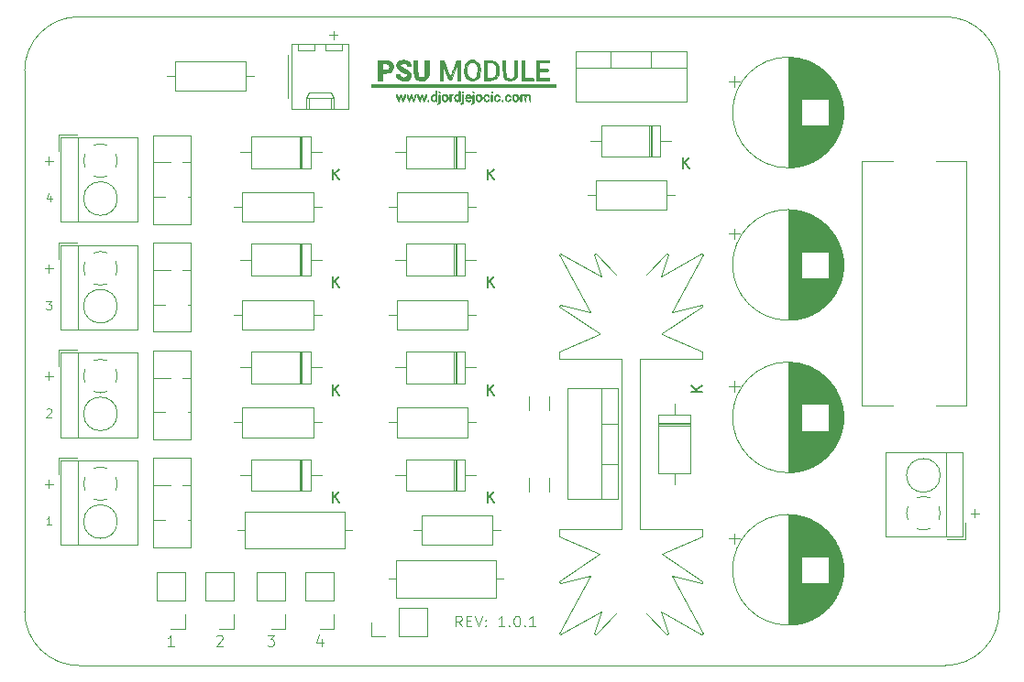
<source format=gbr>
%TF.GenerationSoftware,KiCad,Pcbnew,(5.1.8)-1*%
%TF.CreationDate,2021-02-11T07:27:05+01:00*%
%TF.ProjectId,psu,7073752e-6b69-4636-9164-5f7063625858,rev?*%
%TF.SameCoordinates,Original*%
%TF.FileFunction,Legend,Top*%
%TF.FilePolarity,Positive*%
%FSLAX46Y46*%
G04 Gerber Fmt 4.6, Leading zero omitted, Abs format (unit mm)*
G04 Created by KiCad (PCBNEW (5.1.8)-1) date 2021-02-11 07:27:05*
%MOMM*%
%LPD*%
G01*
G04 APERTURE LIST*
%ADD10C,0.120000*%
%TA.AperFunction,Profile*%
%ADD11C,0.050000*%
%TD*%
%ADD12C,0.010000*%
%ADD13C,0.150000*%
G04 APERTURE END LIST*
D10*
X82402380Y-66584571D02*
X82402380Y-67117904D01*
X82211904Y-66279809D02*
X82021428Y-66851238D01*
X82516666Y-66851238D01*
X81983333Y-76277904D02*
X82478571Y-76277904D01*
X82211904Y-76582666D01*
X82326190Y-76582666D01*
X82402380Y-76620761D01*
X82440476Y-76658857D01*
X82478571Y-76735047D01*
X82478571Y-76925523D01*
X82440476Y-77001714D01*
X82402380Y-77039809D01*
X82326190Y-77077904D01*
X82097619Y-77077904D01*
X82021428Y-77039809D01*
X81983333Y-77001714D01*
X82021428Y-86314095D02*
X82059523Y-86276000D01*
X82135714Y-86237904D01*
X82326190Y-86237904D01*
X82402380Y-86276000D01*
X82440476Y-86314095D01*
X82478571Y-86390285D01*
X82478571Y-86466476D01*
X82440476Y-86580761D01*
X81983333Y-87037904D01*
X82478571Y-87037904D01*
X82478571Y-96991904D02*
X82021428Y-96991904D01*
X82250000Y-96991904D02*
X82250000Y-96191904D01*
X82173809Y-96306190D01*
X82097619Y-96382380D01*
X82021428Y-96420476D01*
X120367260Y-106392380D02*
X120033927Y-105916190D01*
X119795832Y-106392380D02*
X119795832Y-105392380D01*
X120176784Y-105392380D01*
X120272022Y-105440000D01*
X120319641Y-105487619D01*
X120367260Y-105582857D01*
X120367260Y-105725714D01*
X120319641Y-105820952D01*
X120272022Y-105868571D01*
X120176784Y-105916190D01*
X119795832Y-105916190D01*
X120795832Y-105868571D02*
X121129165Y-105868571D01*
X121272022Y-106392380D02*
X120795832Y-106392380D01*
X120795832Y-105392380D01*
X121272022Y-105392380D01*
X121557737Y-105392380D02*
X121891070Y-106392380D01*
X122224403Y-105392380D01*
X122557737Y-106297142D02*
X122605356Y-106344761D01*
X122557737Y-106392380D01*
X122510118Y-106344761D01*
X122557737Y-106297142D01*
X122557737Y-106392380D01*
X122557737Y-105773333D02*
X122605356Y-105820952D01*
X122557737Y-105868571D01*
X122510118Y-105820952D01*
X122557737Y-105773333D01*
X122557737Y-105868571D01*
X124319641Y-106392380D02*
X123748213Y-106392380D01*
X124033927Y-106392380D02*
X124033927Y-105392380D01*
X123938689Y-105535238D01*
X123843451Y-105630476D01*
X123748213Y-105678095D01*
X124748213Y-106297142D02*
X124795832Y-106344761D01*
X124748213Y-106392380D01*
X124700594Y-106344761D01*
X124748213Y-106297142D01*
X124748213Y-106392380D01*
X125414879Y-105392380D02*
X125510118Y-105392380D01*
X125605356Y-105440000D01*
X125652975Y-105487619D01*
X125700594Y-105582857D01*
X125748213Y-105773333D01*
X125748213Y-106011428D01*
X125700594Y-106201904D01*
X125652975Y-106297142D01*
X125605356Y-106344761D01*
X125510118Y-106392380D01*
X125414879Y-106392380D01*
X125319641Y-106344761D01*
X125272022Y-106297142D01*
X125224403Y-106201904D01*
X125176784Y-106011428D01*
X125176784Y-105773333D01*
X125224403Y-105582857D01*
X125272022Y-105487619D01*
X125319641Y-105440000D01*
X125414879Y-105392380D01*
X126176784Y-106297142D02*
X126224403Y-106344761D01*
X126176784Y-106392380D01*
X126129165Y-106344761D01*
X126176784Y-106297142D01*
X126176784Y-106392380D01*
X127176784Y-106392380D02*
X126605356Y-106392380D01*
X126891070Y-106392380D02*
X126891070Y-105392380D01*
X126795832Y-105535238D01*
X126700594Y-105630476D01*
X126605356Y-105678095D01*
X167369047Y-95928094D02*
X168130952Y-95928094D01*
X167750000Y-96309046D02*
X167750000Y-95547142D01*
X108159047Y-51671428D02*
X108920952Y-51671428D01*
X108540000Y-52052380D02*
X108540000Y-51290476D01*
X107440476Y-107535714D02*
X107440476Y-108202380D01*
X107202380Y-107154761D02*
X106964285Y-107869047D01*
X107583333Y-107869047D01*
X102416666Y-107202380D02*
X103035714Y-107202380D01*
X102702380Y-107583333D01*
X102845238Y-107583333D01*
X102940476Y-107630952D01*
X102988095Y-107678571D01*
X103035714Y-107773809D01*
X103035714Y-108011904D01*
X102988095Y-108107142D01*
X102940476Y-108154761D01*
X102845238Y-108202380D01*
X102559523Y-108202380D01*
X102464285Y-108154761D01*
X102416666Y-108107142D01*
X97714285Y-107297619D02*
X97761904Y-107250000D01*
X97857142Y-107202380D01*
X98095238Y-107202380D01*
X98190476Y-107250000D01*
X98238095Y-107297619D01*
X98285714Y-107392857D01*
X98285714Y-107488095D01*
X98238095Y-107630952D01*
X97666666Y-108202380D01*
X98285714Y-108202380D01*
X93785714Y-108202380D02*
X93214285Y-108202380D01*
X93500000Y-108202380D02*
X93500000Y-107202380D01*
X93404761Y-107345238D01*
X93309523Y-107440476D01*
X93214285Y-107488095D01*
X81869047Y-93201428D02*
X82630952Y-93201428D01*
X82250000Y-93582380D02*
X82250000Y-92820476D01*
X81869047Y-83241428D02*
X82630952Y-83241428D01*
X82250000Y-83622380D02*
X82250000Y-82860476D01*
X81869047Y-73281428D02*
X82630952Y-73281428D01*
X82250000Y-73662380D02*
X82250000Y-72900476D01*
X81869047Y-63321428D02*
X82630952Y-63321428D01*
X82250000Y-63702380D02*
X82250000Y-62940476D01*
D11*
X85000000Y-110000000D02*
G75*
G02*
X80000000Y-105000000I0J5000000D01*
G01*
X170000000Y-105000000D02*
G75*
G02*
X165000000Y-110000000I-5000000J0D01*
G01*
X165000000Y-50000000D02*
G75*
G02*
X170000000Y-55000000I0J-5000000D01*
G01*
X80000000Y-55000000D02*
G75*
G02*
X85000000Y-50000000I5000000J0D01*
G01*
X170000000Y-55000000D02*
X170000000Y-105000000D01*
X85000000Y-110000000D02*
X165000000Y-110000000D01*
X85000000Y-50000000D02*
X165000000Y-50000000D01*
X80000000Y-55000000D02*
X80000000Y-105000000D01*
D12*
%TO.C,G\u002A\u002A\u002A*%
G36*
X118319384Y-57181455D02*
G01*
X118341870Y-57282649D01*
X118353863Y-57425328D01*
X118355440Y-57588234D01*
X118346673Y-57750112D01*
X118327638Y-57889707D01*
X118298408Y-57985761D01*
X118283309Y-58007809D01*
X118206535Y-58059287D01*
X118134098Y-58073089D01*
X118096564Y-58044531D01*
X118095833Y-58036529D01*
X118129523Y-57990250D01*
X118159333Y-57974357D01*
X118190189Y-57944855D01*
X118209613Y-57875246D01*
X118219772Y-57750948D01*
X118222828Y-57557381D01*
X118222833Y-57546495D01*
X118225094Y-57354424D01*
X118233364Y-57232759D01*
X118249874Y-57167324D01*
X118276856Y-57143942D01*
X118286333Y-57143000D01*
X118319384Y-57181455D01*
G37*
X118319384Y-57181455D02*
X118341870Y-57282649D01*
X118353863Y-57425328D01*
X118355440Y-57588234D01*
X118346673Y-57750112D01*
X118327638Y-57889707D01*
X118298408Y-57985761D01*
X118283309Y-58007809D01*
X118206535Y-58059287D01*
X118134098Y-58073089D01*
X118096564Y-58044531D01*
X118095833Y-58036529D01*
X118129523Y-57990250D01*
X118159333Y-57974357D01*
X118190189Y-57944855D01*
X118209613Y-57875246D01*
X118219772Y-57750948D01*
X118222828Y-57557381D01*
X118222833Y-57546495D01*
X118225094Y-57354424D01*
X118233364Y-57232759D01*
X118249874Y-57167324D01*
X118276856Y-57143942D01*
X118286333Y-57143000D01*
X118319384Y-57181455D01*
G36*
X120478384Y-57181455D02*
G01*
X120500870Y-57282649D01*
X120512863Y-57425328D01*
X120514440Y-57588234D01*
X120505673Y-57750112D01*
X120486638Y-57889707D01*
X120457408Y-57985761D01*
X120442309Y-58007809D01*
X120365535Y-58059287D01*
X120293098Y-58073089D01*
X120255564Y-58044531D01*
X120254833Y-58036529D01*
X120288523Y-57990250D01*
X120318333Y-57974357D01*
X120349189Y-57944855D01*
X120368613Y-57875246D01*
X120378772Y-57750948D01*
X120381828Y-57557381D01*
X120381833Y-57546495D01*
X120384094Y-57354424D01*
X120392364Y-57232759D01*
X120408874Y-57167324D01*
X120435856Y-57143942D01*
X120445333Y-57143000D01*
X120478384Y-57181455D01*
G37*
X120478384Y-57181455D02*
X120500870Y-57282649D01*
X120512863Y-57425328D01*
X120514440Y-57588234D01*
X120505673Y-57750112D01*
X120486638Y-57889707D01*
X120457408Y-57985761D01*
X120442309Y-58007809D01*
X120365535Y-58059287D01*
X120293098Y-58073089D01*
X120255564Y-58044531D01*
X120254833Y-58036529D01*
X120288523Y-57990250D01*
X120318333Y-57974357D01*
X120349189Y-57944855D01*
X120368613Y-57875246D01*
X120378772Y-57750948D01*
X120381828Y-57557381D01*
X120381833Y-57546495D01*
X120384094Y-57354424D01*
X120392364Y-57232759D01*
X120408874Y-57167324D01*
X120435856Y-57143942D01*
X120445333Y-57143000D01*
X120478384Y-57181455D01*
G36*
X121452051Y-57181455D02*
G01*
X121474536Y-57282649D01*
X121486530Y-57425328D01*
X121488106Y-57588234D01*
X121479340Y-57750112D01*
X121460304Y-57889707D01*
X121431074Y-57985761D01*
X121415976Y-58007809D01*
X121339201Y-58059287D01*
X121266765Y-58073089D01*
X121229231Y-58044531D01*
X121228500Y-58036529D01*
X121262189Y-57990250D01*
X121292000Y-57974357D01*
X121322855Y-57944855D01*
X121342280Y-57875246D01*
X121352438Y-57750948D01*
X121355495Y-57557381D01*
X121355500Y-57546495D01*
X121357761Y-57354424D01*
X121366031Y-57232759D01*
X121382541Y-57167324D01*
X121409523Y-57143942D01*
X121419000Y-57143000D01*
X121452051Y-57181455D01*
G37*
X121452051Y-57181455D02*
X121474536Y-57282649D01*
X121486530Y-57425328D01*
X121488106Y-57588234D01*
X121479340Y-57750112D01*
X121460304Y-57889707D01*
X121431074Y-57985761D01*
X121415976Y-58007809D01*
X121339201Y-58059287D01*
X121266765Y-58073089D01*
X121229231Y-58044531D01*
X121228500Y-58036529D01*
X121262189Y-57990250D01*
X121292000Y-57974357D01*
X121322855Y-57944855D01*
X121342280Y-57875246D01*
X121352438Y-57750948D01*
X121355495Y-57557381D01*
X121355500Y-57546495D01*
X121357761Y-57354424D01*
X121366031Y-57232759D01*
X121382541Y-57167324D01*
X121409523Y-57143942D01*
X121419000Y-57143000D01*
X121452051Y-57181455D01*
G36*
X115162044Y-57159376D02*
G01*
X115160712Y-57174750D01*
X115140175Y-57228245D01*
X115103471Y-57340428D01*
X115057961Y-57488654D01*
X115050588Y-57513416D01*
X115002153Y-57660099D01*
X114956907Y-57768617D01*
X114923403Y-57818985D01*
X114919218Y-57820333D01*
X114887783Y-57782888D01*
X114846058Y-57685326D01*
X114808212Y-57566243D01*
X114768391Y-57438574D01*
X114734047Y-57355656D01*
X114714105Y-57335617D01*
X114689584Y-57386432D01*
X114651963Y-57491520D01*
X114625332Y-57575758D01*
X114580843Y-57699922D01*
X114536993Y-57785260D01*
X114514715Y-57807539D01*
X114483246Y-57777014D01*
X114439845Y-57682211D01*
X114392347Y-57541179D01*
X114379230Y-57495322D01*
X114339189Y-57341017D01*
X114312768Y-57221296D01*
X114304346Y-57156673D01*
X114305793Y-57151262D01*
X114350610Y-57149345D01*
X114395591Y-57215136D01*
X114430116Y-57332366D01*
X114432396Y-57345171D01*
X114465024Y-57496936D01*
X114499267Y-57564635D01*
X114537986Y-57548861D01*
X114584043Y-57450205D01*
X114607172Y-57381318D01*
X114653655Y-57256405D01*
X114697792Y-57174958D01*
X114724988Y-57155329D01*
X114759018Y-57200880D01*
X114801261Y-57302834D01*
X114828241Y-57389023D01*
X114867229Y-57510838D01*
X114902539Y-57590596D01*
X114919518Y-57608666D01*
X114944339Y-57571032D01*
X114977058Y-57473796D01*
X115001799Y-57375833D01*
X115047960Y-57220479D01*
X115098099Y-57148383D01*
X115116868Y-57143000D01*
X115162044Y-57159376D01*
G37*
X115162044Y-57159376D02*
X115160712Y-57174750D01*
X115140175Y-57228245D01*
X115103471Y-57340428D01*
X115057961Y-57488654D01*
X115050588Y-57513416D01*
X115002153Y-57660099D01*
X114956907Y-57768617D01*
X114923403Y-57818985D01*
X114919218Y-57820333D01*
X114887783Y-57782888D01*
X114846058Y-57685326D01*
X114808212Y-57566243D01*
X114768391Y-57438574D01*
X114734047Y-57355656D01*
X114714105Y-57335617D01*
X114689584Y-57386432D01*
X114651963Y-57491520D01*
X114625332Y-57575758D01*
X114580843Y-57699922D01*
X114536993Y-57785260D01*
X114514715Y-57807539D01*
X114483246Y-57777014D01*
X114439845Y-57682211D01*
X114392347Y-57541179D01*
X114379230Y-57495322D01*
X114339189Y-57341017D01*
X114312768Y-57221296D01*
X114304346Y-57156673D01*
X114305793Y-57151262D01*
X114350610Y-57149345D01*
X114395591Y-57215136D01*
X114430116Y-57332366D01*
X114432396Y-57345171D01*
X114465024Y-57496936D01*
X114499267Y-57564635D01*
X114537986Y-57548861D01*
X114584043Y-57450205D01*
X114607172Y-57381318D01*
X114653655Y-57256405D01*
X114697792Y-57174958D01*
X114724988Y-57155329D01*
X114759018Y-57200880D01*
X114801261Y-57302834D01*
X114828241Y-57389023D01*
X114867229Y-57510838D01*
X114902539Y-57590596D01*
X114919518Y-57608666D01*
X114944339Y-57571032D01*
X114977058Y-57473796D01*
X115001799Y-57375833D01*
X115047960Y-57220479D01*
X115098099Y-57148383D01*
X115116868Y-57143000D01*
X115162044Y-57159376D01*
G36*
X116135710Y-57159376D02*
G01*
X116134379Y-57174750D01*
X116113842Y-57228245D01*
X116077138Y-57340428D01*
X116031628Y-57488654D01*
X116024254Y-57513416D01*
X115975820Y-57660099D01*
X115930573Y-57768617D01*
X115897070Y-57818985D01*
X115892885Y-57820333D01*
X115861449Y-57782888D01*
X115819725Y-57685326D01*
X115781879Y-57566243D01*
X115742058Y-57438574D01*
X115707714Y-57355656D01*
X115687772Y-57335617D01*
X115663251Y-57386432D01*
X115625629Y-57491520D01*
X115598998Y-57575758D01*
X115554510Y-57699922D01*
X115510660Y-57785260D01*
X115488382Y-57807539D01*
X115456912Y-57777014D01*
X115413512Y-57682211D01*
X115366013Y-57541179D01*
X115352897Y-57495322D01*
X115312855Y-57341017D01*
X115286435Y-57221296D01*
X115278013Y-57156673D01*
X115279459Y-57151262D01*
X115324276Y-57149345D01*
X115369258Y-57215136D01*
X115403782Y-57332366D01*
X115406062Y-57345171D01*
X115438691Y-57496936D01*
X115472934Y-57564635D01*
X115511653Y-57548861D01*
X115557709Y-57450205D01*
X115580839Y-57381318D01*
X115627322Y-57256405D01*
X115671459Y-57174958D01*
X115698655Y-57155329D01*
X115732685Y-57200880D01*
X115774928Y-57302834D01*
X115801907Y-57389023D01*
X115840896Y-57510838D01*
X115876205Y-57590596D01*
X115893185Y-57608666D01*
X115918005Y-57571032D01*
X115950725Y-57473796D01*
X115975466Y-57375833D01*
X116021627Y-57220479D01*
X116071766Y-57148383D01*
X116090534Y-57143000D01*
X116135710Y-57159376D01*
G37*
X116135710Y-57159376D02*
X116134379Y-57174750D01*
X116113842Y-57228245D01*
X116077138Y-57340428D01*
X116031628Y-57488654D01*
X116024254Y-57513416D01*
X115975820Y-57660099D01*
X115930573Y-57768617D01*
X115897070Y-57818985D01*
X115892885Y-57820333D01*
X115861449Y-57782888D01*
X115819725Y-57685326D01*
X115781879Y-57566243D01*
X115742058Y-57438574D01*
X115707714Y-57355656D01*
X115687772Y-57335617D01*
X115663251Y-57386432D01*
X115625629Y-57491520D01*
X115598998Y-57575758D01*
X115554510Y-57699922D01*
X115510660Y-57785260D01*
X115488382Y-57807539D01*
X115456912Y-57777014D01*
X115413512Y-57682211D01*
X115366013Y-57541179D01*
X115352897Y-57495322D01*
X115312855Y-57341017D01*
X115286435Y-57221296D01*
X115278013Y-57156673D01*
X115279459Y-57151262D01*
X115324276Y-57149345D01*
X115369258Y-57215136D01*
X115403782Y-57332366D01*
X115406062Y-57345171D01*
X115438691Y-57496936D01*
X115472934Y-57564635D01*
X115511653Y-57548861D01*
X115557709Y-57450205D01*
X115580839Y-57381318D01*
X115627322Y-57256405D01*
X115671459Y-57174958D01*
X115698655Y-57155329D01*
X115732685Y-57200880D01*
X115774928Y-57302834D01*
X115801907Y-57389023D01*
X115840896Y-57510838D01*
X115876205Y-57590596D01*
X115893185Y-57608666D01*
X115918005Y-57571032D01*
X115950725Y-57473796D01*
X115975466Y-57375833D01*
X116021627Y-57220479D01*
X116071766Y-57148383D01*
X116090534Y-57143000D01*
X116135710Y-57159376D01*
G36*
X117109377Y-57159376D02*
G01*
X117108045Y-57174750D01*
X117087509Y-57228245D01*
X117050804Y-57340428D01*
X117005295Y-57488654D01*
X116997921Y-57513416D01*
X116949486Y-57660099D01*
X116904240Y-57768617D01*
X116870736Y-57818985D01*
X116866552Y-57820333D01*
X116835116Y-57782888D01*
X116793392Y-57685326D01*
X116755545Y-57566243D01*
X116715725Y-57438574D01*
X116681381Y-57355656D01*
X116661438Y-57335617D01*
X116636918Y-57386432D01*
X116599296Y-57491520D01*
X116572665Y-57575758D01*
X116528177Y-57699922D01*
X116484327Y-57785260D01*
X116462048Y-57807539D01*
X116430579Y-57777014D01*
X116387179Y-57682211D01*
X116339680Y-57541179D01*
X116326563Y-57495322D01*
X116286522Y-57341017D01*
X116260101Y-57221296D01*
X116251680Y-57156673D01*
X116253126Y-57151262D01*
X116297943Y-57149345D01*
X116342925Y-57215136D01*
X116377449Y-57332366D01*
X116379729Y-57345171D01*
X116412358Y-57496936D01*
X116446601Y-57564635D01*
X116485319Y-57548861D01*
X116531376Y-57450205D01*
X116554505Y-57381318D01*
X116600989Y-57256405D01*
X116645125Y-57174958D01*
X116672321Y-57155329D01*
X116706351Y-57200880D01*
X116748595Y-57302834D01*
X116775574Y-57389023D01*
X116814562Y-57510838D01*
X116849872Y-57590596D01*
X116866852Y-57608666D01*
X116891672Y-57571032D01*
X116924391Y-57473796D01*
X116949133Y-57375833D01*
X116995294Y-57220479D01*
X117045432Y-57148383D01*
X117064201Y-57143000D01*
X117109377Y-57159376D01*
G37*
X117109377Y-57159376D02*
X117108045Y-57174750D01*
X117087509Y-57228245D01*
X117050804Y-57340428D01*
X117005295Y-57488654D01*
X116997921Y-57513416D01*
X116949486Y-57660099D01*
X116904240Y-57768617D01*
X116870736Y-57818985D01*
X116866552Y-57820333D01*
X116835116Y-57782888D01*
X116793392Y-57685326D01*
X116755545Y-57566243D01*
X116715725Y-57438574D01*
X116681381Y-57355656D01*
X116661438Y-57335617D01*
X116636918Y-57386432D01*
X116599296Y-57491520D01*
X116572665Y-57575758D01*
X116528177Y-57699922D01*
X116484327Y-57785260D01*
X116462048Y-57807539D01*
X116430579Y-57777014D01*
X116387179Y-57682211D01*
X116339680Y-57541179D01*
X116326563Y-57495322D01*
X116286522Y-57341017D01*
X116260101Y-57221296D01*
X116251680Y-57156673D01*
X116253126Y-57151262D01*
X116297943Y-57149345D01*
X116342925Y-57215136D01*
X116377449Y-57332366D01*
X116379729Y-57345171D01*
X116412358Y-57496936D01*
X116446601Y-57564635D01*
X116485319Y-57548861D01*
X116531376Y-57450205D01*
X116554505Y-57381318D01*
X116600989Y-57256405D01*
X116645125Y-57174958D01*
X116672321Y-57155329D01*
X116706351Y-57200880D01*
X116748595Y-57302834D01*
X116775574Y-57389023D01*
X116814562Y-57510838D01*
X116849872Y-57590596D01*
X116866852Y-57608666D01*
X116891672Y-57571032D01*
X116924391Y-57473796D01*
X116949133Y-57375833D01*
X116995294Y-57220479D01*
X117045432Y-57148383D01*
X117064201Y-57143000D01*
X117109377Y-57159376D01*
G36*
X117287018Y-57727659D02*
G01*
X117291500Y-57756833D01*
X117265502Y-57815216D01*
X117207054Y-57804755D01*
X117193873Y-57793262D01*
X117185312Y-57740491D01*
X117228218Y-57697704D01*
X117251665Y-57693333D01*
X117287018Y-57727659D01*
G37*
X117287018Y-57727659D02*
X117291500Y-57756833D01*
X117265502Y-57815216D01*
X117207054Y-57804755D01*
X117193873Y-57793262D01*
X117185312Y-57740491D01*
X117228218Y-57697704D01*
X117251665Y-57693333D01*
X117287018Y-57727659D01*
G36*
X118017884Y-56859672D02*
G01*
X118036451Y-56907477D01*
X118047419Y-57003262D01*
X118052507Y-57160208D01*
X118053500Y-57333500D01*
X118051803Y-57547282D01*
X118045568Y-57689625D01*
X118033074Y-57773711D01*
X118012603Y-57812719D01*
X117990000Y-57820333D01*
X117933739Y-57793017D01*
X117926500Y-57769533D01*
X117914005Y-57740081D01*
X117875700Y-57769533D01*
X117775545Y-57817272D01*
X117660184Y-57790630D01*
X117587833Y-57735666D01*
X117517081Y-57605046D01*
X117507074Y-57516302D01*
X117594269Y-57516302D01*
X117629925Y-57631400D01*
X117699640Y-57712910D01*
X117772890Y-57735666D01*
X117846463Y-57708235D01*
X117875700Y-57684866D01*
X117913578Y-57605376D01*
X117927457Y-57489430D01*
X117918568Y-57369945D01*
X117888146Y-57279839D01*
X117859537Y-57253362D01*
X117762090Y-57230175D01*
X117688371Y-57262792D01*
X117654357Y-57294190D01*
X117599978Y-57394828D01*
X117594269Y-57516302D01*
X117507074Y-57516302D01*
X117503167Y-57481666D01*
X117529405Y-57333826D01*
X117597345Y-57220160D01*
X117690821Y-57153159D01*
X117793670Y-57145314D01*
X117875700Y-57193799D01*
X117906853Y-57207056D01*
X117922456Y-57158579D01*
X117926500Y-57045633D01*
X117934143Y-56917022D01*
X117960337Y-56856621D01*
X117990000Y-56846666D01*
X118017884Y-56859672D01*
G37*
X118017884Y-56859672D02*
X118036451Y-56907477D01*
X118047419Y-57003262D01*
X118052507Y-57160208D01*
X118053500Y-57333500D01*
X118051803Y-57547282D01*
X118045568Y-57689625D01*
X118033074Y-57773711D01*
X118012603Y-57812719D01*
X117990000Y-57820333D01*
X117933739Y-57793017D01*
X117926500Y-57769533D01*
X117914005Y-57740081D01*
X117875700Y-57769533D01*
X117775545Y-57817272D01*
X117660184Y-57790630D01*
X117587833Y-57735666D01*
X117517081Y-57605046D01*
X117507074Y-57516302D01*
X117594269Y-57516302D01*
X117629925Y-57631400D01*
X117699640Y-57712910D01*
X117772890Y-57735666D01*
X117846463Y-57708235D01*
X117875700Y-57684866D01*
X117913578Y-57605376D01*
X117927457Y-57489430D01*
X117918568Y-57369945D01*
X117888146Y-57279839D01*
X117859537Y-57253362D01*
X117762090Y-57230175D01*
X117688371Y-57262792D01*
X117654357Y-57294190D01*
X117599978Y-57394828D01*
X117594269Y-57516302D01*
X117507074Y-57516302D01*
X117503167Y-57481666D01*
X117529405Y-57333826D01*
X117597345Y-57220160D01*
X117690821Y-57153159D01*
X117793670Y-57145314D01*
X117875700Y-57193799D01*
X117906853Y-57207056D01*
X117922456Y-57158579D01*
X117926500Y-57045633D01*
X117934143Y-56917022D01*
X117960337Y-56856621D01*
X117990000Y-56846666D01*
X118017884Y-56859672D01*
G36*
X118965737Y-57202890D02*
G01*
X119051613Y-57324795D01*
X119062845Y-57353773D01*
X119085150Y-57509946D01*
X119049062Y-57646414D01*
X118969412Y-57750841D01*
X118861026Y-57810891D01*
X118738733Y-57814225D01*
X118617360Y-57748507D01*
X118603833Y-57735666D01*
X118533081Y-57605046D01*
X118519167Y-57481666D01*
X118603833Y-57481666D01*
X118631304Y-57604048D01*
X118700020Y-57691470D01*
X118789435Y-57733444D01*
X118879005Y-57719483D01*
X118941010Y-57653783D01*
X118979805Y-57521151D01*
X118967587Y-57390199D01*
X118912729Y-57285251D01*
X118823603Y-57230630D01*
X118794333Y-57227666D01*
X118701950Y-57265349D01*
X118631481Y-57359809D01*
X118603833Y-57481666D01*
X118519167Y-57481666D01*
X118549320Y-57321927D01*
X118627490Y-57209844D01*
X118735240Y-57149752D01*
X118854134Y-57145988D01*
X118965737Y-57202890D01*
G37*
X118965737Y-57202890D02*
X119051613Y-57324795D01*
X119062845Y-57353773D01*
X119085150Y-57509946D01*
X119049062Y-57646414D01*
X118969412Y-57750841D01*
X118861026Y-57810891D01*
X118738733Y-57814225D01*
X118617360Y-57748507D01*
X118603833Y-57735666D01*
X118533081Y-57605046D01*
X118519167Y-57481666D01*
X118603833Y-57481666D01*
X118631304Y-57604048D01*
X118700020Y-57691470D01*
X118789435Y-57733444D01*
X118879005Y-57719483D01*
X118941010Y-57653783D01*
X118979805Y-57521151D01*
X118967587Y-57390199D01*
X118912729Y-57285251D01*
X118823603Y-57230630D01*
X118794333Y-57227666D01*
X118701950Y-57265349D01*
X118631481Y-57359809D01*
X118603833Y-57481666D01*
X118519167Y-57481666D01*
X118549320Y-57321927D01*
X118627490Y-57209844D01*
X118735240Y-57149752D01*
X118854134Y-57145988D01*
X118965737Y-57202890D01*
G36*
X119397583Y-57166564D02*
G01*
X119522394Y-57175742D01*
X119571080Y-57188170D01*
X119552025Y-57212297D01*
X119482250Y-57251880D01*
X119416804Y-57295007D01*
X119381877Y-57350458D01*
X119368045Y-57443798D01*
X119365833Y-57567685D01*
X119360910Y-57714726D01*
X119343468Y-57793480D01*
X119309499Y-57819897D01*
X119302333Y-57820333D01*
X119269467Y-57804173D01*
X119249877Y-57745613D01*
X119240669Y-57629526D01*
X119238833Y-57488481D01*
X119238833Y-57156629D01*
X119397583Y-57166564D01*
G37*
X119397583Y-57166564D02*
X119522394Y-57175742D01*
X119571080Y-57188170D01*
X119552025Y-57212297D01*
X119482250Y-57251880D01*
X119416804Y-57295007D01*
X119381877Y-57350458D01*
X119368045Y-57443798D01*
X119365833Y-57567685D01*
X119360910Y-57714726D01*
X119343468Y-57793480D01*
X119309499Y-57819897D01*
X119302333Y-57820333D01*
X119269467Y-57804173D01*
X119249877Y-57745613D01*
X119240669Y-57629526D01*
X119238833Y-57488481D01*
X119238833Y-57156629D01*
X119397583Y-57166564D01*
G36*
X120176884Y-56859672D02*
G01*
X120195451Y-56907477D01*
X120206419Y-57003262D01*
X120211507Y-57160208D01*
X120212500Y-57333500D01*
X120210803Y-57547282D01*
X120204568Y-57689625D01*
X120192074Y-57773711D01*
X120171603Y-57812719D01*
X120149000Y-57820333D01*
X120092739Y-57793017D01*
X120085500Y-57769533D01*
X120073005Y-57740081D01*
X120034700Y-57769533D01*
X119934545Y-57817272D01*
X119819184Y-57790630D01*
X119746833Y-57735666D01*
X119676081Y-57605046D01*
X119666074Y-57516302D01*
X119753269Y-57516302D01*
X119788925Y-57631400D01*
X119858640Y-57712910D01*
X119931890Y-57735666D01*
X120005463Y-57708235D01*
X120034700Y-57684866D01*
X120072578Y-57605376D01*
X120086457Y-57489430D01*
X120077568Y-57369945D01*
X120047146Y-57279839D01*
X120018537Y-57253362D01*
X119921090Y-57230175D01*
X119847371Y-57262792D01*
X119813357Y-57294190D01*
X119758978Y-57394828D01*
X119753269Y-57516302D01*
X119666074Y-57516302D01*
X119662167Y-57481666D01*
X119688405Y-57333826D01*
X119756345Y-57220160D01*
X119849821Y-57153159D01*
X119952670Y-57145314D01*
X120034700Y-57193799D01*
X120065853Y-57207056D01*
X120081456Y-57158579D01*
X120085500Y-57045633D01*
X120093143Y-56917022D01*
X120119337Y-56856621D01*
X120149000Y-56846666D01*
X120176884Y-56859672D01*
G37*
X120176884Y-56859672D02*
X120195451Y-56907477D01*
X120206419Y-57003262D01*
X120211507Y-57160208D01*
X120212500Y-57333500D01*
X120210803Y-57547282D01*
X120204568Y-57689625D01*
X120192074Y-57773711D01*
X120171603Y-57812719D01*
X120149000Y-57820333D01*
X120092739Y-57793017D01*
X120085500Y-57769533D01*
X120073005Y-57740081D01*
X120034700Y-57769533D01*
X119934545Y-57817272D01*
X119819184Y-57790630D01*
X119746833Y-57735666D01*
X119676081Y-57605046D01*
X119666074Y-57516302D01*
X119753269Y-57516302D01*
X119788925Y-57631400D01*
X119858640Y-57712910D01*
X119931890Y-57735666D01*
X120005463Y-57708235D01*
X120034700Y-57684866D01*
X120072578Y-57605376D01*
X120086457Y-57489430D01*
X120077568Y-57369945D01*
X120047146Y-57279839D01*
X120018537Y-57253362D01*
X119921090Y-57230175D01*
X119847371Y-57262792D01*
X119813357Y-57294190D01*
X119758978Y-57394828D01*
X119753269Y-57516302D01*
X119666074Y-57516302D01*
X119662167Y-57481666D01*
X119688405Y-57333826D01*
X119756345Y-57220160D01*
X119849821Y-57153159D01*
X119952670Y-57145314D01*
X120034700Y-57193799D01*
X120065853Y-57207056D01*
X120081456Y-57158579D01*
X120085500Y-57045633D01*
X120093143Y-56917022D01*
X120119337Y-56856621D01*
X120149000Y-56846666D01*
X120176884Y-56859672D01*
G36*
X121042647Y-57180385D02*
G01*
X121145574Y-57275470D01*
X121208902Y-57402645D01*
X121210117Y-57407583D01*
X121237678Y-57524000D01*
X121000256Y-57524000D01*
X120858810Y-57529362D01*
X120785148Y-57548410D01*
X120762892Y-57585588D01*
X120762833Y-57588407D01*
X120799235Y-57661502D01*
X120886612Y-57710068D01*
X120992222Y-57722218D01*
X121066426Y-57698624D01*
X121148312Y-57666289D01*
X121182607Y-57684167D01*
X121153990Y-57736153D01*
X121125092Y-57760294D01*
X120986515Y-57815747D01*
X120846356Y-57793868D01*
X120762833Y-57735666D01*
X120693864Y-57619438D01*
X120676217Y-57479832D01*
X120691761Y-57400023D01*
X120762833Y-57400023D01*
X120800397Y-57424641D01*
X120894233Y-57438332D01*
X120932167Y-57439333D01*
X121055030Y-57426350D01*
X121101244Y-57388345D01*
X121101500Y-57384300D01*
X121067275Y-57299389D01*
X120990616Y-57237525D01*
X120947890Y-57227666D01*
X120875930Y-57257558D01*
X120802084Y-57324256D01*
X120763362Y-57393289D01*
X120762833Y-57400023D01*
X120691761Y-57400023D01*
X120703430Y-57340115D01*
X120769040Y-57223552D01*
X120866583Y-57153407D01*
X120927477Y-57143000D01*
X121042647Y-57180385D01*
G37*
X121042647Y-57180385D02*
X121145574Y-57275470D01*
X121208902Y-57402645D01*
X121210117Y-57407583D01*
X121237678Y-57524000D01*
X121000256Y-57524000D01*
X120858810Y-57529362D01*
X120785148Y-57548410D01*
X120762892Y-57585588D01*
X120762833Y-57588407D01*
X120799235Y-57661502D01*
X120886612Y-57710068D01*
X120992222Y-57722218D01*
X121066426Y-57698624D01*
X121148312Y-57666289D01*
X121182607Y-57684167D01*
X121153990Y-57736153D01*
X121125092Y-57760294D01*
X120986515Y-57815747D01*
X120846356Y-57793868D01*
X120762833Y-57735666D01*
X120693864Y-57619438D01*
X120676217Y-57479832D01*
X120691761Y-57400023D01*
X120762833Y-57400023D01*
X120800397Y-57424641D01*
X120894233Y-57438332D01*
X120932167Y-57439333D01*
X121055030Y-57426350D01*
X121101244Y-57388345D01*
X121101500Y-57384300D01*
X121067275Y-57299389D01*
X120990616Y-57237525D01*
X120947890Y-57227666D01*
X120875930Y-57257558D01*
X120802084Y-57324256D01*
X120763362Y-57393289D01*
X120762833Y-57400023D01*
X120691761Y-57400023D01*
X120703430Y-57340115D01*
X120769040Y-57223552D01*
X120866583Y-57153407D01*
X120927477Y-57143000D01*
X121042647Y-57180385D01*
G36*
X122098404Y-57202890D02*
G01*
X122184280Y-57324795D01*
X122195512Y-57353773D01*
X122217816Y-57509946D01*
X122181729Y-57646414D01*
X122102079Y-57750841D01*
X121993693Y-57810891D01*
X121871399Y-57814225D01*
X121750027Y-57748507D01*
X121736500Y-57735666D01*
X121665748Y-57605046D01*
X121651833Y-57481666D01*
X121736500Y-57481666D01*
X121763971Y-57604048D01*
X121832687Y-57691470D01*
X121922102Y-57733444D01*
X122011672Y-57719483D01*
X122073677Y-57653783D01*
X122112472Y-57521151D01*
X122100254Y-57390199D01*
X122045396Y-57285251D01*
X121956269Y-57230630D01*
X121927000Y-57227666D01*
X121834617Y-57265349D01*
X121764148Y-57359809D01*
X121736500Y-57481666D01*
X121651833Y-57481666D01*
X121681987Y-57321927D01*
X121760156Y-57209844D01*
X121867906Y-57149752D01*
X121986801Y-57145988D01*
X122098404Y-57202890D01*
G37*
X122098404Y-57202890D02*
X122184280Y-57324795D01*
X122195512Y-57353773D01*
X122217816Y-57509946D01*
X122181729Y-57646414D01*
X122102079Y-57750841D01*
X121993693Y-57810891D01*
X121871399Y-57814225D01*
X121750027Y-57748507D01*
X121736500Y-57735666D01*
X121665748Y-57605046D01*
X121651833Y-57481666D01*
X121736500Y-57481666D01*
X121763971Y-57604048D01*
X121832687Y-57691470D01*
X121922102Y-57733444D01*
X122011672Y-57719483D01*
X122073677Y-57653783D01*
X122112472Y-57521151D01*
X122100254Y-57390199D01*
X122045396Y-57285251D01*
X121956269Y-57230630D01*
X121927000Y-57227666D01*
X121834617Y-57265349D01*
X121764148Y-57359809D01*
X121736500Y-57481666D01*
X121651833Y-57481666D01*
X121681987Y-57321927D01*
X121760156Y-57209844D01*
X121867906Y-57149752D01*
X121986801Y-57145988D01*
X122098404Y-57202890D01*
G36*
X122714955Y-57168991D02*
G01*
X122811138Y-57231111D01*
X122872158Y-57305580D01*
X122879500Y-57335900D01*
X122860852Y-57391689D01*
X122813540Y-57376348D01*
X122762324Y-57312333D01*
X122682188Y-57235804D01*
X122596647Y-57231608D01*
X122520721Y-57289912D01*
X122469431Y-57400883D01*
X122456167Y-57512750D01*
X122484078Y-57647682D01*
X122557024Y-57721418D01*
X122658820Y-57725828D01*
X122760009Y-57665370D01*
X122829624Y-57623213D01*
X122869176Y-57626681D01*
X122865034Y-57671223D01*
X122808953Y-57731109D01*
X122726106Y-57786714D01*
X122641661Y-57818413D01*
X122620810Y-57820333D01*
X122532455Y-57791758D01*
X122456167Y-57735666D01*
X122388018Y-57620508D01*
X122370152Y-57481388D01*
X122396268Y-57341668D01*
X122460062Y-57224705D01*
X122555231Y-57153861D01*
X122616080Y-57143000D01*
X122714955Y-57168991D01*
G37*
X122714955Y-57168991D02*
X122811138Y-57231111D01*
X122872158Y-57305580D01*
X122879500Y-57335900D01*
X122860852Y-57391689D01*
X122813540Y-57376348D01*
X122762324Y-57312333D01*
X122682188Y-57235804D01*
X122596647Y-57231608D01*
X122520721Y-57289912D01*
X122469431Y-57400883D01*
X122456167Y-57512750D01*
X122484078Y-57647682D01*
X122557024Y-57721418D01*
X122658820Y-57725828D01*
X122760009Y-57665370D01*
X122829624Y-57623213D01*
X122869176Y-57626681D01*
X122865034Y-57671223D01*
X122808953Y-57731109D01*
X122726106Y-57786714D01*
X122641661Y-57818413D01*
X122620810Y-57820333D01*
X122532455Y-57791758D01*
X122456167Y-57735666D01*
X122388018Y-57620508D01*
X122370152Y-57481388D01*
X122396268Y-57341668D01*
X122460062Y-57224705D01*
X122555231Y-57153861D01*
X122616080Y-57143000D01*
X122714955Y-57168991D01*
G36*
X123144914Y-57158951D02*
G01*
X123164468Y-57216827D01*
X123173812Y-57331662D01*
X123175833Y-57481666D01*
X123172842Y-57655433D01*
X123161990Y-57759717D01*
X123140459Y-57809552D01*
X123112333Y-57820333D01*
X123079752Y-57804381D01*
X123060199Y-57746505D01*
X123050855Y-57631670D01*
X123048833Y-57481666D01*
X123051824Y-57307899D01*
X123062676Y-57203615D01*
X123084207Y-57153781D01*
X123112333Y-57143000D01*
X123144914Y-57158951D01*
G37*
X123144914Y-57158951D02*
X123164468Y-57216827D01*
X123173812Y-57331662D01*
X123175833Y-57481666D01*
X123172842Y-57655433D01*
X123161990Y-57759717D01*
X123140459Y-57809552D01*
X123112333Y-57820333D01*
X123079752Y-57804381D01*
X123060199Y-57746505D01*
X123050855Y-57631670D01*
X123048833Y-57481666D01*
X123051824Y-57307899D01*
X123062676Y-57203615D01*
X123084207Y-57153781D01*
X123112333Y-57143000D01*
X123144914Y-57158951D01*
G36*
X123688621Y-57168991D02*
G01*
X123784805Y-57231111D01*
X123845824Y-57305580D01*
X123853167Y-57335900D01*
X123834518Y-57391689D01*
X123787207Y-57376348D01*
X123735991Y-57312333D01*
X123655855Y-57235804D01*
X123570313Y-57231608D01*
X123494387Y-57289912D01*
X123443097Y-57400883D01*
X123429833Y-57512750D01*
X123457745Y-57647682D01*
X123530691Y-57721418D01*
X123632487Y-57725828D01*
X123733676Y-57665370D01*
X123803291Y-57623213D01*
X123842843Y-57626681D01*
X123838700Y-57671223D01*
X123782620Y-57731109D01*
X123699772Y-57786714D01*
X123615327Y-57818413D01*
X123594477Y-57820333D01*
X123506122Y-57791758D01*
X123429833Y-57735666D01*
X123361684Y-57620508D01*
X123343819Y-57481388D01*
X123369935Y-57341668D01*
X123433729Y-57224705D01*
X123528897Y-57153861D01*
X123589747Y-57143000D01*
X123688621Y-57168991D01*
G37*
X123688621Y-57168991D02*
X123784805Y-57231111D01*
X123845824Y-57305580D01*
X123853167Y-57335900D01*
X123834518Y-57391689D01*
X123787207Y-57376348D01*
X123735991Y-57312333D01*
X123655855Y-57235804D01*
X123570313Y-57231608D01*
X123494387Y-57289912D01*
X123443097Y-57400883D01*
X123429833Y-57512750D01*
X123457745Y-57647682D01*
X123530691Y-57721418D01*
X123632487Y-57725828D01*
X123733676Y-57665370D01*
X123803291Y-57623213D01*
X123842843Y-57626681D01*
X123838700Y-57671223D01*
X123782620Y-57731109D01*
X123699772Y-57786714D01*
X123615327Y-57818413D01*
X123594477Y-57820333D01*
X123506122Y-57791758D01*
X123429833Y-57735666D01*
X123361684Y-57620508D01*
X123343819Y-57481388D01*
X123369935Y-57341668D01*
X123433729Y-57224705D01*
X123528897Y-57153861D01*
X123589747Y-57143000D01*
X123688621Y-57168991D01*
G36*
X124145018Y-57727659D02*
G01*
X124149500Y-57756833D01*
X124123502Y-57815216D01*
X124065054Y-57804755D01*
X124051873Y-57793262D01*
X124043312Y-57740491D01*
X124086218Y-57697704D01*
X124109665Y-57693333D01*
X124145018Y-57727659D01*
G37*
X124145018Y-57727659D02*
X124149500Y-57756833D01*
X124123502Y-57815216D01*
X124065054Y-57804755D01*
X124051873Y-57793262D01*
X124043312Y-57740491D01*
X124086218Y-57697704D01*
X124109665Y-57693333D01*
X124145018Y-57727659D01*
G36*
X124704621Y-57168991D02*
G01*
X124800805Y-57231111D01*
X124861824Y-57305580D01*
X124869167Y-57335900D01*
X124850518Y-57391689D01*
X124803207Y-57376348D01*
X124751991Y-57312333D01*
X124671855Y-57235804D01*
X124586313Y-57231608D01*
X124510387Y-57289912D01*
X124459097Y-57400883D01*
X124445833Y-57512750D01*
X124473745Y-57647682D01*
X124546691Y-57721418D01*
X124648487Y-57725828D01*
X124749676Y-57665370D01*
X124819291Y-57623213D01*
X124858843Y-57626681D01*
X124854700Y-57671223D01*
X124798620Y-57731109D01*
X124715772Y-57786714D01*
X124631327Y-57818413D01*
X124610477Y-57820333D01*
X124522122Y-57791758D01*
X124445833Y-57735666D01*
X124377684Y-57620508D01*
X124359819Y-57481388D01*
X124385935Y-57341668D01*
X124449729Y-57224705D01*
X124544897Y-57153861D01*
X124605747Y-57143000D01*
X124704621Y-57168991D01*
G37*
X124704621Y-57168991D02*
X124800805Y-57231111D01*
X124861824Y-57305580D01*
X124869167Y-57335900D01*
X124850518Y-57391689D01*
X124803207Y-57376348D01*
X124751991Y-57312333D01*
X124671855Y-57235804D01*
X124586313Y-57231608D01*
X124510387Y-57289912D01*
X124459097Y-57400883D01*
X124445833Y-57512750D01*
X124473745Y-57647682D01*
X124546691Y-57721418D01*
X124648487Y-57725828D01*
X124749676Y-57665370D01*
X124819291Y-57623213D01*
X124858843Y-57626681D01*
X124854700Y-57671223D01*
X124798620Y-57731109D01*
X124715772Y-57786714D01*
X124631327Y-57818413D01*
X124610477Y-57820333D01*
X124522122Y-57791758D01*
X124445833Y-57735666D01*
X124377684Y-57620508D01*
X124359819Y-57481388D01*
X124385935Y-57341668D01*
X124449729Y-57224705D01*
X124544897Y-57153861D01*
X124605747Y-57143000D01*
X124704621Y-57168991D01*
G36*
X125485071Y-57202890D02*
G01*
X125570946Y-57324795D01*
X125582178Y-57353773D01*
X125604483Y-57509946D01*
X125568396Y-57646414D01*
X125488745Y-57750841D01*
X125380359Y-57810891D01*
X125258066Y-57814225D01*
X125136694Y-57748507D01*
X125123167Y-57735666D01*
X125052414Y-57605046D01*
X125038500Y-57481666D01*
X125123167Y-57481666D01*
X125150637Y-57604048D01*
X125219353Y-57691470D01*
X125308769Y-57733444D01*
X125398339Y-57719483D01*
X125460344Y-57653783D01*
X125499139Y-57521151D01*
X125486921Y-57390199D01*
X125432062Y-57285251D01*
X125342936Y-57230630D01*
X125313667Y-57227666D01*
X125221284Y-57265349D01*
X125150814Y-57359809D01*
X125123167Y-57481666D01*
X125038500Y-57481666D01*
X125068653Y-57321927D01*
X125146823Y-57209844D01*
X125254573Y-57149752D01*
X125373468Y-57145988D01*
X125485071Y-57202890D01*
G37*
X125485071Y-57202890D02*
X125570946Y-57324795D01*
X125582178Y-57353773D01*
X125604483Y-57509946D01*
X125568396Y-57646414D01*
X125488745Y-57750841D01*
X125380359Y-57810891D01*
X125258066Y-57814225D01*
X125136694Y-57748507D01*
X125123167Y-57735666D01*
X125052414Y-57605046D01*
X125038500Y-57481666D01*
X125123167Y-57481666D01*
X125150637Y-57604048D01*
X125219353Y-57691470D01*
X125308769Y-57733444D01*
X125398339Y-57719483D01*
X125460344Y-57653783D01*
X125499139Y-57521151D01*
X125486921Y-57390199D01*
X125432062Y-57285251D01*
X125342936Y-57230630D01*
X125313667Y-57227666D01*
X125221284Y-57265349D01*
X125150814Y-57359809D01*
X125123167Y-57481666D01*
X125038500Y-57481666D01*
X125068653Y-57321927D01*
X125146823Y-57209844D01*
X125254573Y-57149752D01*
X125373468Y-57145988D01*
X125485071Y-57202890D01*
G36*
X126590056Y-57173598D02*
G01*
X126656680Y-57282369D01*
X126687338Y-57467074D01*
X126689500Y-57548190D01*
X126683459Y-57690785D01*
X126667485Y-57788280D01*
X126647167Y-57820333D01*
X126624440Y-57781915D01*
X126609095Y-57682189D01*
X126604833Y-57574799D01*
X126591989Y-57392618D01*
X126550122Y-57281777D01*
X126474232Y-57232433D01*
X126428523Y-57227666D01*
X126342581Y-57266737D01*
X126288226Y-57382274D01*
X126266536Y-57571764D01*
X126266167Y-57605883D01*
X126258645Y-57727536D01*
X126239390Y-57805247D01*
X126223833Y-57820333D01*
X126201176Y-57781859D01*
X126185853Y-57681736D01*
X126181500Y-57571516D01*
X126166837Y-57385709D01*
X126121095Y-57275588D01*
X126041644Y-57237097D01*
X125971865Y-57248188D01*
X125924208Y-57273928D01*
X125897914Y-57326744D01*
X125886953Y-57427490D01*
X125885167Y-57548019D01*
X125880850Y-57701452D01*
X125865441Y-57786363D01*
X125835251Y-57818572D01*
X125821667Y-57820333D01*
X125789085Y-57804381D01*
X125769532Y-57746505D01*
X125760188Y-57631670D01*
X125758167Y-57481666D01*
X125763118Y-57313950D01*
X125776634Y-57196093D01*
X125796713Y-57144128D01*
X125800500Y-57143000D01*
X125841610Y-57174551D01*
X125842833Y-57184425D01*
X125875186Y-57201173D01*
X125948667Y-57177630D01*
X126065411Y-57151035D01*
X126162752Y-57178732D01*
X126287177Y-57205175D01*
X126350469Y-57185528D01*
X126487855Y-57141179D01*
X126590056Y-57173598D01*
G37*
X126590056Y-57173598D02*
X126656680Y-57282369D01*
X126687338Y-57467074D01*
X126689500Y-57548190D01*
X126683459Y-57690785D01*
X126667485Y-57788280D01*
X126647167Y-57820333D01*
X126624440Y-57781915D01*
X126609095Y-57682189D01*
X126604833Y-57574799D01*
X126591989Y-57392618D01*
X126550122Y-57281777D01*
X126474232Y-57232433D01*
X126428523Y-57227666D01*
X126342581Y-57266737D01*
X126288226Y-57382274D01*
X126266536Y-57571764D01*
X126266167Y-57605883D01*
X126258645Y-57727536D01*
X126239390Y-57805247D01*
X126223833Y-57820333D01*
X126201176Y-57781859D01*
X126185853Y-57681736D01*
X126181500Y-57571516D01*
X126166837Y-57385709D01*
X126121095Y-57275588D01*
X126041644Y-57237097D01*
X125971865Y-57248188D01*
X125924208Y-57273928D01*
X125897914Y-57326744D01*
X125886953Y-57427490D01*
X125885167Y-57548019D01*
X125880850Y-57701452D01*
X125865441Y-57786363D01*
X125835251Y-57818572D01*
X125821667Y-57820333D01*
X125789085Y-57804381D01*
X125769532Y-57746505D01*
X125760188Y-57631670D01*
X125758167Y-57481666D01*
X125763118Y-57313950D01*
X125776634Y-57196093D01*
X125796713Y-57144128D01*
X125800500Y-57143000D01*
X125841610Y-57174551D01*
X125842833Y-57184425D01*
X125875186Y-57201173D01*
X125948667Y-57177630D01*
X126065411Y-57151035D01*
X126162752Y-57178732D01*
X126287177Y-57205175D01*
X126350469Y-57185528D01*
X126487855Y-57141179D01*
X126590056Y-57173598D01*
G36*
X118311894Y-56918794D02*
G01*
X118332732Y-56971843D01*
X118314114Y-56990745D01*
X118256772Y-56987002D01*
X118242686Y-56971540D01*
X118232812Y-56911441D01*
X118273763Y-56895255D01*
X118311894Y-56918794D01*
G37*
X118311894Y-56918794D02*
X118332732Y-56971843D01*
X118314114Y-56990745D01*
X118256772Y-56987002D01*
X118242686Y-56971540D01*
X118232812Y-56911441D01*
X118273763Y-56895255D01*
X118311894Y-56918794D01*
G36*
X120470894Y-56918794D02*
G01*
X120491732Y-56971843D01*
X120473114Y-56990745D01*
X120415772Y-56987002D01*
X120401686Y-56971540D01*
X120391812Y-56911441D01*
X120432763Y-56895255D01*
X120470894Y-56918794D01*
G37*
X120470894Y-56918794D02*
X120491732Y-56971843D01*
X120473114Y-56990745D01*
X120415772Y-56987002D01*
X120401686Y-56971540D01*
X120391812Y-56911441D01*
X120432763Y-56895255D01*
X120470894Y-56918794D01*
G36*
X121444561Y-56918794D02*
G01*
X121465399Y-56971843D01*
X121446780Y-56990745D01*
X121389438Y-56987002D01*
X121375353Y-56971540D01*
X121365479Y-56911441D01*
X121406430Y-56895255D01*
X121444561Y-56918794D01*
G37*
X121444561Y-56918794D02*
X121465399Y-56971843D01*
X121446780Y-56990745D01*
X121389438Y-56987002D01*
X121375353Y-56971540D01*
X121365479Y-56911441D01*
X121406430Y-56895255D01*
X121444561Y-56918794D01*
G36*
X123171351Y-56923325D02*
G01*
X123175833Y-56952500D01*
X123149835Y-57010883D01*
X123091387Y-57000422D01*
X123078206Y-56988928D01*
X123069645Y-56936157D01*
X123112552Y-56893370D01*
X123135998Y-56889000D01*
X123171351Y-56923325D01*
G37*
X123171351Y-56923325D02*
X123175833Y-56952500D01*
X123149835Y-57010883D01*
X123091387Y-57000422D01*
X123078206Y-56988928D01*
X123069645Y-56936157D01*
X123112552Y-56893370D01*
X123135998Y-56889000D01*
X123171351Y-56923325D01*
G36*
X129017833Y-56508000D02*
G01*
X112042167Y-56508000D01*
X112042167Y-56254000D01*
X129017833Y-56254000D01*
X129017833Y-56508000D01*
G37*
X129017833Y-56508000D02*
X112042167Y-56508000D01*
X112042167Y-56254000D01*
X129017833Y-56254000D01*
X129017833Y-56508000D01*
G36*
X115231212Y-54009127D02*
G01*
X115425114Y-54101990D01*
X115571445Y-54248492D01*
X115656975Y-54442273D01*
X115657437Y-54444249D01*
X115669194Y-54515611D01*
X115647430Y-54549535D01*
X115572511Y-54559933D01*
X115493140Y-54560666D01*
X115367286Y-54552424D01*
X115309782Y-54524375D01*
X115301833Y-54497166D01*
X115263817Y-54397737D01*
X115166989Y-54315261D01*
X115037181Y-54268681D01*
X114984333Y-54264333D01*
X114852324Y-54291185D01*
X114740061Y-54359112D01*
X114674225Y-54449169D01*
X114666833Y-54489787D01*
X114704063Y-54572185D01*
X114801535Y-54660567D01*
X114937925Y-54738218D01*
X115026667Y-54771816D01*
X115294356Y-54880917D01*
X115493807Y-55019658D01*
X115620681Y-55183208D01*
X115670636Y-55366739D01*
X115662800Y-55479678D01*
X115590722Y-55652322D01*
X115455879Y-55785455D01*
X115273156Y-55873314D01*
X115057437Y-55910138D01*
X114823605Y-55890166D01*
X114695781Y-55854000D01*
X114494558Y-55752670D01*
X114356909Y-55609009D01*
X114299810Y-55500719D01*
X114262288Y-55380383D01*
X114283493Y-55312395D01*
X114372653Y-55283871D01*
X114457665Y-55280333D01*
X114573239Y-55290596D01*
X114621029Y-55325259D01*
X114624500Y-55345757D01*
X114652615Y-55418511D01*
X114721039Y-55507557D01*
X114728409Y-55515090D01*
X114849264Y-55591754D01*
X114988707Y-55616851D01*
X115124454Y-55595448D01*
X115234223Y-55532609D01*
X115295733Y-55433399D01*
X115301833Y-55384742D01*
X115287911Y-55313799D01*
X115238059Y-55250185D01*
X115140147Y-55185275D01*
X114982046Y-55110446D01*
X114825546Y-55046148D01*
X114596061Y-54936156D01*
X114442492Y-54814450D01*
X114356111Y-54671283D01*
X114328192Y-54496909D01*
X114328167Y-54490662D01*
X114366257Y-54300664D01*
X114477845Y-54149256D01*
X114658906Y-54040987D01*
X114753615Y-54009763D01*
X115002968Y-53976265D01*
X115231212Y-54009127D01*
G37*
X115231212Y-54009127D02*
X115425114Y-54101990D01*
X115571445Y-54248492D01*
X115656975Y-54442273D01*
X115657437Y-54444249D01*
X115669194Y-54515611D01*
X115647430Y-54549535D01*
X115572511Y-54559933D01*
X115493140Y-54560666D01*
X115367286Y-54552424D01*
X115309782Y-54524375D01*
X115301833Y-54497166D01*
X115263817Y-54397737D01*
X115166989Y-54315261D01*
X115037181Y-54268681D01*
X114984333Y-54264333D01*
X114852324Y-54291185D01*
X114740061Y-54359112D01*
X114674225Y-54449169D01*
X114666833Y-54489787D01*
X114704063Y-54572185D01*
X114801535Y-54660567D01*
X114937925Y-54738218D01*
X115026667Y-54771816D01*
X115294356Y-54880917D01*
X115493807Y-55019658D01*
X115620681Y-55183208D01*
X115670636Y-55366739D01*
X115662800Y-55479678D01*
X115590722Y-55652322D01*
X115455879Y-55785455D01*
X115273156Y-55873314D01*
X115057437Y-55910138D01*
X114823605Y-55890166D01*
X114695781Y-55854000D01*
X114494558Y-55752670D01*
X114356909Y-55609009D01*
X114299810Y-55500719D01*
X114262288Y-55380383D01*
X114283493Y-55312395D01*
X114372653Y-55283871D01*
X114457665Y-55280333D01*
X114573239Y-55290596D01*
X114621029Y-55325259D01*
X114624500Y-55345757D01*
X114652615Y-55418511D01*
X114721039Y-55507557D01*
X114728409Y-55515090D01*
X114849264Y-55591754D01*
X114988707Y-55616851D01*
X115124454Y-55595448D01*
X115234223Y-55532609D01*
X115295733Y-55433399D01*
X115301833Y-55384742D01*
X115287911Y-55313799D01*
X115238059Y-55250185D01*
X115140147Y-55185275D01*
X114982046Y-55110446D01*
X114825546Y-55046148D01*
X114596061Y-54936156D01*
X114442492Y-54814450D01*
X114356111Y-54671283D01*
X114328192Y-54496909D01*
X114328167Y-54490662D01*
X114366257Y-54300664D01*
X114477845Y-54149256D01*
X114658906Y-54040987D01*
X114753615Y-54009763D01*
X115002968Y-53976265D01*
X115231212Y-54009127D01*
G36*
X116275500Y-54646693D02*
G01*
X116278816Y-54952246D01*
X116290749Y-55183928D01*
X116314279Y-55352349D01*
X116352386Y-55468117D01*
X116408048Y-55541839D01*
X116484245Y-55584125D01*
X116542995Y-55599187D01*
X116701249Y-55598855D01*
X116842307Y-55546962D01*
X116920435Y-55475079D01*
X116930821Y-55418980D01*
X116939814Y-55293305D01*
X116946781Y-55113138D01*
X116951088Y-54893566D01*
X116952185Y-54719416D01*
X116952833Y-54010333D01*
X117333833Y-54010333D01*
X117333833Y-54720077D01*
X117330830Y-55029745D01*
X117319606Y-55267407D01*
X117296842Y-55445585D01*
X117259219Y-55576798D01*
X117203417Y-55673564D01*
X117126116Y-55748406D01*
X117047381Y-55800427D01*
X116864065Y-55870157D01*
X116645958Y-55898165D01*
X116433721Y-55881140D01*
X116349182Y-55857247D01*
X116215839Y-55801549D01*
X116114610Y-55738768D01*
X116041130Y-55656992D01*
X115991035Y-55544312D01*
X115959959Y-55388818D01*
X115943537Y-55178598D01*
X115937405Y-54901742D01*
X115936833Y-54732102D01*
X115936833Y-54010333D01*
X116275500Y-54010333D01*
X116275500Y-54646693D01*
G37*
X116275500Y-54646693D02*
X116278816Y-54952246D01*
X116290749Y-55183928D01*
X116314279Y-55352349D01*
X116352386Y-55468117D01*
X116408048Y-55541839D01*
X116484245Y-55584125D01*
X116542995Y-55599187D01*
X116701249Y-55598855D01*
X116842307Y-55546962D01*
X116920435Y-55475079D01*
X116930821Y-55418980D01*
X116939814Y-55293305D01*
X116946781Y-55113138D01*
X116951088Y-54893566D01*
X116952185Y-54719416D01*
X116952833Y-54010333D01*
X117333833Y-54010333D01*
X117333833Y-54720077D01*
X117330830Y-55029745D01*
X117319606Y-55267407D01*
X117296842Y-55445585D01*
X117259219Y-55576798D01*
X117203417Y-55673564D01*
X117126116Y-55748406D01*
X117047381Y-55800427D01*
X116864065Y-55870157D01*
X116645958Y-55898165D01*
X116433721Y-55881140D01*
X116349182Y-55857247D01*
X116215839Y-55801549D01*
X116114610Y-55738768D01*
X116041130Y-55656992D01*
X115991035Y-55544312D01*
X115959959Y-55388818D01*
X115943537Y-55178598D01*
X115937405Y-54901742D01*
X115936833Y-54732102D01*
X115936833Y-54010333D01*
X116275500Y-54010333D01*
X116275500Y-54646693D01*
G36*
X121500345Y-53993910D02*
G01*
X121705052Y-54085105D01*
X121877228Y-54250230D01*
X121933519Y-54334527D01*
X121990958Y-54440030D01*
X122026624Y-54535386D01*
X122045608Y-54646242D01*
X122052999Y-54798244D01*
X122054000Y-54941666D01*
X122038554Y-55232913D01*
X121988331Y-55457382D01*
X121897499Y-55627859D01*
X121760228Y-55757130D01*
X121653447Y-55820083D01*
X121443976Y-55897911D01*
X121249653Y-55903574D01*
X121042522Y-55837781D01*
X121038000Y-55835715D01*
X120853729Y-55722592D01*
X120723353Y-55571476D01*
X120641391Y-55371254D01*
X120602365Y-55110813D01*
X120597216Y-54941666D01*
X120805639Y-54941666D01*
X120831435Y-55214361D01*
X120905860Y-55433193D01*
X121024467Y-55591598D01*
X121182811Y-55683010D01*
X121321657Y-55703666D01*
X121458459Y-55689568D01*
X121572272Y-55654452D01*
X121594562Y-55641631D01*
X121707824Y-55520771D01*
X121781066Y-55341046D01*
X121816699Y-55095012D01*
X121821167Y-54941666D01*
X121802076Y-54655274D01*
X121742693Y-54440426D01*
X121639854Y-54292574D01*
X121490392Y-54207170D01*
X121291143Y-54179666D01*
X121290846Y-54179666D01*
X121124845Y-54218898D01*
X120987198Y-54330074D01*
X120884132Y-54503412D01*
X120821876Y-54729132D01*
X120805639Y-54941666D01*
X120597216Y-54941666D01*
X120615383Y-54644183D01*
X120673535Y-54412903D01*
X120777151Y-54236715D01*
X120931709Y-54104506D01*
X121038000Y-54047617D01*
X121274273Y-53980221D01*
X121500345Y-53993910D01*
G37*
X121500345Y-53993910D02*
X121705052Y-54085105D01*
X121877228Y-54250230D01*
X121933519Y-54334527D01*
X121990958Y-54440030D01*
X122026624Y-54535386D01*
X122045608Y-54646242D01*
X122052999Y-54798244D01*
X122054000Y-54941666D01*
X122038554Y-55232913D01*
X121988331Y-55457382D01*
X121897499Y-55627859D01*
X121760228Y-55757130D01*
X121653447Y-55820083D01*
X121443976Y-55897911D01*
X121249653Y-55903574D01*
X121042522Y-55837781D01*
X121038000Y-55835715D01*
X120853729Y-55722592D01*
X120723353Y-55571476D01*
X120641391Y-55371254D01*
X120602365Y-55110813D01*
X120597216Y-54941666D01*
X120805639Y-54941666D01*
X120831435Y-55214361D01*
X120905860Y-55433193D01*
X121024467Y-55591598D01*
X121182811Y-55683010D01*
X121321657Y-55703666D01*
X121458459Y-55689568D01*
X121572272Y-55654452D01*
X121594562Y-55641631D01*
X121707824Y-55520771D01*
X121781066Y-55341046D01*
X121816699Y-55095012D01*
X121821167Y-54941666D01*
X121802076Y-54655274D01*
X121742693Y-54440426D01*
X121639854Y-54292574D01*
X121490392Y-54207170D01*
X121291143Y-54179666D01*
X121290846Y-54179666D01*
X121124845Y-54218898D01*
X120987198Y-54330074D01*
X120884132Y-54503412D01*
X120821876Y-54729132D01*
X120805639Y-54941666D01*
X120597216Y-54941666D01*
X120615383Y-54644183D01*
X120673535Y-54412903D01*
X120777151Y-54236715D01*
X120931709Y-54104506D01*
X121038000Y-54047617D01*
X121274273Y-53980221D01*
X121500345Y-53993910D01*
G36*
X124403500Y-54711616D02*
G01*
X124406562Y-55027198D01*
X124418656Y-55268153D01*
X124444142Y-55444392D01*
X124487379Y-55565825D01*
X124552727Y-55642364D01*
X124644547Y-55683918D01*
X124767199Y-55700398D01*
X124839341Y-55702320D01*
X124986549Y-55691684D01*
X125088272Y-55649140D01*
X125146257Y-55599757D01*
X125183611Y-55559830D01*
X125210733Y-55517187D01*
X125229260Y-55458488D01*
X125240830Y-55370395D01*
X125247079Y-55239567D01*
X125249645Y-55052666D01*
X125250164Y-54796352D01*
X125250167Y-54753090D01*
X125250167Y-54010333D01*
X125504167Y-54010333D01*
X125504101Y-54719416D01*
X125502703Y-54993969D01*
X125497741Y-55198217D01*
X125487975Y-55346490D01*
X125472164Y-55453119D01*
X125449068Y-55532433D01*
X125430017Y-55575226D01*
X125307112Y-55730814D01*
X125130742Y-55839818D01*
X124921647Y-55896420D01*
X124700568Y-55894806D01*
X124501557Y-55835573D01*
X124393926Y-55778066D01*
X124312203Y-55711554D01*
X124252562Y-55623897D01*
X124211182Y-55502950D01*
X124184237Y-55336572D01*
X124167903Y-55112620D01*
X124158357Y-54818951D01*
X124156726Y-54740583D01*
X124142506Y-54010333D01*
X124403500Y-54010333D01*
X124403500Y-54711616D01*
G37*
X124403500Y-54711616D02*
X124406562Y-55027198D01*
X124418656Y-55268153D01*
X124444142Y-55444392D01*
X124487379Y-55565825D01*
X124552727Y-55642364D01*
X124644547Y-55683918D01*
X124767199Y-55700398D01*
X124839341Y-55702320D01*
X124986549Y-55691684D01*
X125088272Y-55649140D01*
X125146257Y-55599757D01*
X125183611Y-55559830D01*
X125210733Y-55517187D01*
X125229260Y-55458488D01*
X125240830Y-55370395D01*
X125247079Y-55239567D01*
X125249645Y-55052666D01*
X125250164Y-54796352D01*
X125250167Y-54753090D01*
X125250167Y-54010333D01*
X125504167Y-54010333D01*
X125504101Y-54719416D01*
X125502703Y-54993969D01*
X125497741Y-55198217D01*
X125487975Y-55346490D01*
X125472164Y-55453119D01*
X125449068Y-55532433D01*
X125430017Y-55575226D01*
X125307112Y-55730814D01*
X125130742Y-55839818D01*
X124921647Y-55896420D01*
X124700568Y-55894806D01*
X124501557Y-55835573D01*
X124393926Y-55778066D01*
X124312203Y-55711554D01*
X124252562Y-55623897D01*
X124211182Y-55502950D01*
X124184237Y-55336572D01*
X124167903Y-55112620D01*
X124158357Y-54818951D01*
X124156726Y-54740583D01*
X124142506Y-54010333D01*
X124403500Y-54010333D01*
X124403500Y-54711616D01*
G36*
X113047583Y-54010569D02*
G01*
X113320199Y-54017136D01*
X113525456Y-54039519D01*
X113679914Y-54082277D01*
X113800128Y-54149970D01*
X113901351Y-54245667D01*
X113982300Y-54352473D01*
X114021024Y-54456809D01*
X114031751Y-54599487D01*
X114031833Y-54619930D01*
X114001454Y-54838041D01*
X113908856Y-55002892D01*
X113751848Y-55116189D01*
X113528239Y-55179638D01*
X113292360Y-55195666D01*
X113015833Y-55195666D01*
X113015833Y-55873000D01*
X112634833Y-55873000D01*
X112634833Y-54306666D01*
X113015833Y-54306666D01*
X113015833Y-54899333D01*
X113261742Y-54899333D01*
X113422237Y-54888833D01*
X113546528Y-54861062D01*
X113587709Y-54840793D01*
X113652767Y-54743013D01*
X113667767Y-54623672D01*
X113639569Y-54471409D01*
X113551486Y-54370690D01*
X113398282Y-54317599D01*
X113243977Y-54306666D01*
X113015833Y-54306666D01*
X112634833Y-54306666D01*
X112634833Y-54010333D01*
X113047583Y-54010569D01*
G37*
X113047583Y-54010569D02*
X113320199Y-54017136D01*
X113525456Y-54039519D01*
X113679914Y-54082277D01*
X113800128Y-54149970D01*
X113901351Y-54245667D01*
X113982300Y-54352473D01*
X114021024Y-54456809D01*
X114031751Y-54599487D01*
X114031833Y-54619930D01*
X114001454Y-54838041D01*
X113908856Y-55002892D01*
X113751848Y-55116189D01*
X113528239Y-55179638D01*
X113292360Y-55195666D01*
X113015833Y-55195666D01*
X113015833Y-55873000D01*
X112634833Y-55873000D01*
X112634833Y-54306666D01*
X113015833Y-54306666D01*
X113015833Y-54899333D01*
X113261742Y-54899333D01*
X113422237Y-54888833D01*
X113546528Y-54861062D01*
X113587709Y-54840793D01*
X113652767Y-54743013D01*
X113667767Y-54623672D01*
X113639569Y-54471409D01*
X113551486Y-54370690D01*
X113398282Y-54317599D01*
X113243977Y-54306666D01*
X113015833Y-54306666D01*
X112634833Y-54306666D01*
X112634833Y-54010333D01*
X113047583Y-54010569D01*
G36*
X120212500Y-55873000D02*
G01*
X119945401Y-55873000D01*
X119974652Y-55123576D01*
X119982843Y-54884349D01*
X119987666Y-54679229D01*
X119989000Y-54521133D01*
X119986726Y-54422978D01*
X119981437Y-54396618D01*
X119959069Y-54441260D01*
X119910588Y-54551632D01*
X119841433Y-54714899D01*
X119757047Y-54918225D01*
X119668269Y-55135459D01*
X119547325Y-55431332D01*
X119451227Y-55649150D01*
X119372379Y-55788911D01*
X119303181Y-55850612D01*
X119236036Y-55834252D01*
X119163346Y-55739827D01*
X119077514Y-55567335D01*
X118970941Y-55316773D01*
X118896438Y-55135204D01*
X118802001Y-54906180D01*
X118717985Y-54705252D01*
X118649815Y-54545164D01*
X118602913Y-54438659D01*
X118582990Y-54398712D01*
X118578046Y-54432149D01*
X118576512Y-54537179D01*
X118578261Y-54700802D01*
X118583164Y-54910016D01*
X118590147Y-55125924D01*
X118617167Y-55873000D01*
X118349833Y-55873000D01*
X118349833Y-54010333D01*
X118667333Y-54010853D01*
X118960306Y-54751426D01*
X119053499Y-54983433D01*
X119137437Y-55185692D01*
X119206833Y-55346001D01*
X119256401Y-55452157D01*
X119280854Y-55491958D01*
X119281167Y-55492000D01*
X119304716Y-55454556D01*
X119353552Y-55350362D01*
X119422388Y-55191619D01*
X119505937Y-54990529D01*
X119598912Y-54759296D01*
X119602027Y-54751426D01*
X119895000Y-54010853D01*
X120212500Y-54010333D01*
X120212500Y-55873000D01*
G37*
X120212500Y-55873000D02*
X119945401Y-55873000D01*
X119974652Y-55123576D01*
X119982843Y-54884349D01*
X119987666Y-54679229D01*
X119989000Y-54521133D01*
X119986726Y-54422978D01*
X119981437Y-54396618D01*
X119959069Y-54441260D01*
X119910588Y-54551632D01*
X119841433Y-54714899D01*
X119757047Y-54918225D01*
X119668269Y-55135459D01*
X119547325Y-55431332D01*
X119451227Y-55649150D01*
X119372379Y-55788911D01*
X119303181Y-55850612D01*
X119236036Y-55834252D01*
X119163346Y-55739827D01*
X119077514Y-55567335D01*
X118970941Y-55316773D01*
X118896438Y-55135204D01*
X118802001Y-54906180D01*
X118717985Y-54705252D01*
X118649815Y-54545164D01*
X118602913Y-54438659D01*
X118582990Y-54398712D01*
X118578046Y-54432149D01*
X118576512Y-54537179D01*
X118578261Y-54700802D01*
X118583164Y-54910016D01*
X118590147Y-55125924D01*
X118617167Y-55873000D01*
X118349833Y-55873000D01*
X118349833Y-54010333D01*
X118667333Y-54010853D01*
X118960306Y-54751426D01*
X119053499Y-54983433D01*
X119137437Y-55185692D01*
X119206833Y-55346001D01*
X119256401Y-55452157D01*
X119280854Y-55491958D01*
X119281167Y-55492000D01*
X119304716Y-55454556D01*
X119353552Y-55350362D01*
X119422388Y-55191619D01*
X119505937Y-54990529D01*
X119598912Y-54759296D01*
X119602027Y-54751426D01*
X119895000Y-54010853D01*
X120212500Y-54010333D01*
X120212500Y-55873000D01*
G36*
X122763083Y-54010569D02*
G01*
X123079971Y-54031838D01*
X123331600Y-54097875D01*
X123527002Y-54212842D01*
X123675210Y-54380898D01*
X123715611Y-54449292D01*
X123759104Y-54584384D01*
X123783695Y-54772540D01*
X123789383Y-54984296D01*
X123776168Y-55190185D01*
X123744051Y-55360742D01*
X123715611Y-55434040D01*
X123581100Y-55620681D01*
X123402401Y-55752847D01*
X123170480Y-55834700D01*
X122876305Y-55870401D01*
X122763083Y-55872763D01*
X122456167Y-55873000D01*
X122456167Y-54222000D01*
X122710167Y-54222000D01*
X122710167Y-55661333D01*
X122960918Y-55661333D01*
X123121224Y-55653930D01*
X123231084Y-55625495D01*
X123323908Y-55566687D01*
X123336428Y-55556357D01*
X123446252Y-55441987D01*
X123514842Y-55308639D01*
X123548199Y-55136632D01*
X123552322Y-54906286D01*
X123550315Y-54854727D01*
X123540710Y-54682725D01*
X123525131Y-54570600D01*
X123494799Y-54493609D01*
X123440932Y-54427009D01*
X123377057Y-54366472D01*
X123278063Y-54283890D01*
X123189617Y-54240560D01*
X123076452Y-54224122D01*
X122964788Y-54222000D01*
X122710167Y-54222000D01*
X122456167Y-54222000D01*
X122456167Y-54010333D01*
X122763083Y-54010569D01*
G37*
X122763083Y-54010569D02*
X123079971Y-54031838D01*
X123331600Y-54097875D01*
X123527002Y-54212842D01*
X123675210Y-54380898D01*
X123715611Y-54449292D01*
X123759104Y-54584384D01*
X123783695Y-54772540D01*
X123789383Y-54984296D01*
X123776168Y-55190185D01*
X123744051Y-55360742D01*
X123715611Y-55434040D01*
X123581100Y-55620681D01*
X123402401Y-55752847D01*
X123170480Y-55834700D01*
X122876305Y-55870401D01*
X122763083Y-55872763D01*
X122456167Y-55873000D01*
X122456167Y-54222000D01*
X122710167Y-54222000D01*
X122710167Y-55661333D01*
X122960918Y-55661333D01*
X123121224Y-55653930D01*
X123231084Y-55625495D01*
X123323908Y-55566687D01*
X123336428Y-55556357D01*
X123446252Y-55441987D01*
X123514842Y-55308639D01*
X123548199Y-55136632D01*
X123552322Y-54906286D01*
X123550315Y-54854727D01*
X123540710Y-54682725D01*
X123525131Y-54570600D01*
X123494799Y-54493609D01*
X123440932Y-54427009D01*
X123377057Y-54366472D01*
X123278063Y-54283890D01*
X123189617Y-54240560D01*
X123076452Y-54224122D01*
X122964788Y-54222000D01*
X122710167Y-54222000D01*
X122456167Y-54222000D01*
X122456167Y-54010333D01*
X122763083Y-54010569D01*
G36*
X126139167Y-55658371D02*
G01*
X126573083Y-55670435D01*
X126768585Y-55676907D01*
X126895149Y-55685756D01*
X126968494Y-55700752D01*
X127004337Y-55725665D01*
X127018395Y-55764264D01*
X127020527Y-55777750D01*
X127023513Y-55815882D01*
X127011113Y-55842176D01*
X126970373Y-55858834D01*
X126888338Y-55868053D01*
X126752054Y-55872036D01*
X126548566Y-55872980D01*
X126459611Y-55873000D01*
X125885167Y-55873000D01*
X125885167Y-54010333D01*
X126139167Y-54010333D01*
X126139167Y-55658371D01*
G37*
X126139167Y-55658371D02*
X126573083Y-55670435D01*
X126768585Y-55676907D01*
X126895149Y-55685756D01*
X126968494Y-55700752D01*
X127004337Y-55725665D01*
X127018395Y-55764264D01*
X127020527Y-55777750D01*
X127023513Y-55815882D01*
X127011113Y-55842176D01*
X126970373Y-55858834D01*
X126888338Y-55868053D01*
X126752054Y-55872036D01*
X126548566Y-55872980D01*
X126459611Y-55873000D01*
X125885167Y-55873000D01*
X125885167Y-54010333D01*
X126139167Y-54010333D01*
X126139167Y-55658371D01*
G36*
X128112589Y-54010705D02*
G01*
X128275468Y-54013210D01*
X128379149Y-54019932D01*
X128436365Y-54032954D01*
X128459852Y-54054361D01*
X128462343Y-54086237D01*
X128459861Y-54105583D01*
X128449412Y-54147749D01*
X128422162Y-54175787D01*
X128362778Y-54193206D01*
X128255928Y-54203515D01*
X128086281Y-54210224D01*
X127991250Y-54212848D01*
X127536167Y-54224864D01*
X127536167Y-54814666D01*
X127938333Y-54814666D01*
X128124643Y-54815401D01*
X128242145Y-54820388D01*
X128306698Y-54833801D01*
X128334163Y-54859813D01*
X128340398Y-54902598D01*
X128340500Y-54920500D01*
X128337707Y-54969528D01*
X128318756Y-55000450D01*
X128267787Y-55017438D01*
X128168941Y-55024665D01*
X128006360Y-55026306D01*
X127938333Y-55026333D01*
X127536167Y-55026333D01*
X127536167Y-55661333D01*
X128467500Y-55661333D01*
X128467500Y-55873000D01*
X127282167Y-55873000D01*
X127282167Y-54010333D01*
X127877777Y-54010333D01*
X128112589Y-54010705D01*
G37*
X128112589Y-54010705D02*
X128275468Y-54013210D01*
X128379149Y-54019932D01*
X128436365Y-54032954D01*
X128459852Y-54054361D01*
X128462343Y-54086237D01*
X128459861Y-54105583D01*
X128449412Y-54147749D01*
X128422162Y-54175787D01*
X128362778Y-54193206D01*
X128255928Y-54203515D01*
X128086281Y-54210224D01*
X127991250Y-54212848D01*
X127536167Y-54224864D01*
X127536167Y-54814666D01*
X127938333Y-54814666D01*
X128124643Y-54815401D01*
X128242145Y-54820388D01*
X128306698Y-54833801D01*
X128334163Y-54859813D01*
X128340398Y-54902598D01*
X128340500Y-54920500D01*
X128337707Y-54969528D01*
X128318756Y-55000450D01*
X128267787Y-55017438D01*
X128168941Y-55024665D01*
X128006360Y-55026306D01*
X127938333Y-55026333D01*
X127536167Y-55026333D01*
X127536167Y-55661333D01*
X128467500Y-55661333D01*
X128467500Y-55873000D01*
X127282167Y-55873000D01*
X127282167Y-54010333D01*
X127877777Y-54010333D01*
X128112589Y-54010705D01*
D10*
%TO.C,C1*%
X145520354Y-55475000D02*
X145520354Y-56475000D01*
X145020354Y-55975000D02*
X146020354Y-55975000D01*
X155581000Y-58251000D02*
X155581000Y-59449000D01*
X155541000Y-57988000D02*
X155541000Y-59712000D01*
X155501000Y-57788000D02*
X155501000Y-59912000D01*
X155461000Y-57620000D02*
X155461000Y-60080000D01*
X155421000Y-57472000D02*
X155421000Y-60228000D01*
X155381000Y-57340000D02*
X155381000Y-60360000D01*
X155341000Y-57220000D02*
X155341000Y-60480000D01*
X155301000Y-57108000D02*
X155301000Y-60592000D01*
X155261000Y-57004000D02*
X155261000Y-60696000D01*
X155221000Y-56906000D02*
X155221000Y-60794000D01*
X155181000Y-56813000D02*
X155181000Y-60887000D01*
X155141000Y-56725000D02*
X155141000Y-60975000D01*
X155101000Y-56641000D02*
X155101000Y-61059000D01*
X155061000Y-56561000D02*
X155061000Y-61139000D01*
X155021000Y-56485000D02*
X155021000Y-61215000D01*
X154981000Y-56411000D02*
X154981000Y-61289000D01*
X154941000Y-56340000D02*
X154941000Y-61360000D01*
X154901000Y-56271000D02*
X154901000Y-61429000D01*
X154861000Y-56205000D02*
X154861000Y-61495000D01*
X154821000Y-56141000D02*
X154821000Y-61559000D01*
X154781000Y-56080000D02*
X154781000Y-61620000D01*
X154741000Y-56020000D02*
X154741000Y-61680000D01*
X154701000Y-55961000D02*
X154701000Y-61739000D01*
X154661000Y-55905000D02*
X154661000Y-61795000D01*
X154621000Y-55850000D02*
X154621000Y-61850000D01*
X154581000Y-55796000D02*
X154581000Y-61904000D01*
X154541000Y-55744000D02*
X154541000Y-61956000D01*
X154501000Y-55694000D02*
X154501000Y-62006000D01*
X154461000Y-55644000D02*
X154461000Y-62056000D01*
X154421000Y-55596000D02*
X154421000Y-62104000D01*
X154381000Y-55549000D02*
X154381000Y-62151000D01*
X154341000Y-55503000D02*
X154341000Y-62197000D01*
X154301000Y-55458000D02*
X154301000Y-62242000D01*
X154261000Y-55414000D02*
X154261000Y-62286000D01*
X154221000Y-60091000D02*
X154221000Y-62328000D01*
X154221000Y-55372000D02*
X154221000Y-57609000D01*
X154181000Y-60091000D02*
X154181000Y-62370000D01*
X154181000Y-55330000D02*
X154181000Y-57609000D01*
X154141000Y-60091000D02*
X154141000Y-62411000D01*
X154141000Y-55289000D02*
X154141000Y-57609000D01*
X154101000Y-60091000D02*
X154101000Y-62451000D01*
X154101000Y-55249000D02*
X154101000Y-57609000D01*
X154061000Y-60091000D02*
X154061000Y-62490000D01*
X154061000Y-55210000D02*
X154061000Y-57609000D01*
X154021000Y-60091000D02*
X154021000Y-62529000D01*
X154021000Y-55171000D02*
X154021000Y-57609000D01*
X153981000Y-60091000D02*
X153981000Y-62566000D01*
X153981000Y-55134000D02*
X153981000Y-57609000D01*
X153941000Y-60091000D02*
X153941000Y-62603000D01*
X153941000Y-55097000D02*
X153941000Y-57609000D01*
X153901000Y-60091000D02*
X153901000Y-62639000D01*
X153901000Y-55061000D02*
X153901000Y-57609000D01*
X153861000Y-60091000D02*
X153861000Y-62674000D01*
X153861000Y-55026000D02*
X153861000Y-57609000D01*
X153821000Y-60091000D02*
X153821000Y-62708000D01*
X153821000Y-54992000D02*
X153821000Y-57609000D01*
X153781000Y-60091000D02*
X153781000Y-62742000D01*
X153781000Y-54958000D02*
X153781000Y-57609000D01*
X153741000Y-60091000D02*
X153741000Y-62775000D01*
X153741000Y-54925000D02*
X153741000Y-57609000D01*
X153701000Y-60091000D02*
X153701000Y-62807000D01*
X153701000Y-54893000D02*
X153701000Y-57609000D01*
X153661000Y-60091000D02*
X153661000Y-62839000D01*
X153661000Y-54861000D02*
X153661000Y-57609000D01*
X153621000Y-60091000D02*
X153621000Y-62870000D01*
X153621000Y-54830000D02*
X153621000Y-57609000D01*
X153581000Y-60091000D02*
X153581000Y-62900000D01*
X153581000Y-54800000D02*
X153581000Y-57609000D01*
X153541000Y-60091000D02*
X153541000Y-62930000D01*
X153541000Y-54770000D02*
X153541000Y-57609000D01*
X153501000Y-60091000D02*
X153501000Y-62960000D01*
X153501000Y-54740000D02*
X153501000Y-57609000D01*
X153461000Y-60091000D02*
X153461000Y-62988000D01*
X153461000Y-54712000D02*
X153461000Y-57609000D01*
X153421000Y-60091000D02*
X153421000Y-63016000D01*
X153421000Y-54684000D02*
X153421000Y-57609000D01*
X153381000Y-60091000D02*
X153381000Y-63044000D01*
X153381000Y-54656000D02*
X153381000Y-57609000D01*
X153341000Y-60091000D02*
X153341000Y-63071000D01*
X153341000Y-54629000D02*
X153341000Y-57609000D01*
X153301000Y-60091000D02*
X153301000Y-63097000D01*
X153301000Y-54603000D02*
X153301000Y-57609000D01*
X153261000Y-60091000D02*
X153261000Y-63123000D01*
X153261000Y-54577000D02*
X153261000Y-57609000D01*
X153221000Y-60091000D02*
X153221000Y-63148000D01*
X153221000Y-54552000D02*
X153221000Y-57609000D01*
X153181000Y-60091000D02*
X153181000Y-63173000D01*
X153181000Y-54527000D02*
X153181000Y-57609000D01*
X153141000Y-60091000D02*
X153141000Y-63197000D01*
X153141000Y-54503000D02*
X153141000Y-57609000D01*
X153101000Y-60091000D02*
X153101000Y-63221000D01*
X153101000Y-54479000D02*
X153101000Y-57609000D01*
X153061000Y-60091000D02*
X153061000Y-63245000D01*
X153061000Y-54455000D02*
X153061000Y-57609000D01*
X153021000Y-60091000D02*
X153021000Y-63267000D01*
X153021000Y-54433000D02*
X153021000Y-57609000D01*
X152981000Y-60091000D02*
X152981000Y-63290000D01*
X152981000Y-54410000D02*
X152981000Y-57609000D01*
X152941000Y-60091000D02*
X152941000Y-63312000D01*
X152941000Y-54388000D02*
X152941000Y-57609000D01*
X152901000Y-60091000D02*
X152901000Y-63333000D01*
X152901000Y-54367000D02*
X152901000Y-57609000D01*
X152861000Y-60091000D02*
X152861000Y-63354000D01*
X152861000Y-54346000D02*
X152861000Y-57609000D01*
X152821000Y-60091000D02*
X152821000Y-63375000D01*
X152821000Y-54325000D02*
X152821000Y-57609000D01*
X152781000Y-60091000D02*
X152781000Y-63395000D01*
X152781000Y-54305000D02*
X152781000Y-57609000D01*
X152741000Y-60091000D02*
X152741000Y-63414000D01*
X152741000Y-54286000D02*
X152741000Y-57609000D01*
X152701000Y-60091000D02*
X152701000Y-63434000D01*
X152701000Y-54266000D02*
X152701000Y-57609000D01*
X152661000Y-60091000D02*
X152661000Y-63453000D01*
X152661000Y-54247000D02*
X152661000Y-57609000D01*
X152621000Y-60091000D02*
X152621000Y-63471000D01*
X152621000Y-54229000D02*
X152621000Y-57609000D01*
X152581000Y-60091000D02*
X152581000Y-63489000D01*
X152581000Y-54211000D02*
X152581000Y-57609000D01*
X152541000Y-60091000D02*
X152541000Y-63507000D01*
X152541000Y-54193000D02*
X152541000Y-57609000D01*
X152501000Y-60091000D02*
X152501000Y-63524000D01*
X152501000Y-54176000D02*
X152501000Y-57609000D01*
X152461000Y-60091000D02*
X152461000Y-63540000D01*
X152461000Y-54160000D02*
X152461000Y-57609000D01*
X152421000Y-60091000D02*
X152421000Y-63557000D01*
X152421000Y-54143000D02*
X152421000Y-57609000D01*
X152381000Y-60091000D02*
X152381000Y-63573000D01*
X152381000Y-54127000D02*
X152381000Y-57609000D01*
X152341000Y-60091000D02*
X152341000Y-63588000D01*
X152341000Y-54112000D02*
X152341000Y-57609000D01*
X152301000Y-60091000D02*
X152301000Y-63604000D01*
X152301000Y-54096000D02*
X152301000Y-57609000D01*
X152261000Y-60091000D02*
X152261000Y-63618000D01*
X152261000Y-54082000D02*
X152261000Y-57609000D01*
X152221000Y-60091000D02*
X152221000Y-63633000D01*
X152221000Y-54067000D02*
X152221000Y-57609000D01*
X152181000Y-60091000D02*
X152181000Y-63647000D01*
X152181000Y-54053000D02*
X152181000Y-57609000D01*
X152141000Y-60091000D02*
X152141000Y-63661000D01*
X152141000Y-54039000D02*
X152141000Y-57609000D01*
X152101000Y-60091000D02*
X152101000Y-63674000D01*
X152101000Y-54026000D02*
X152101000Y-57609000D01*
X152061000Y-60091000D02*
X152061000Y-63687000D01*
X152061000Y-54013000D02*
X152061000Y-57609000D01*
X152021000Y-60091000D02*
X152021000Y-63700000D01*
X152021000Y-54000000D02*
X152021000Y-57609000D01*
X151981000Y-60091000D02*
X151981000Y-63712000D01*
X151981000Y-53988000D02*
X151981000Y-57609000D01*
X151941000Y-60091000D02*
X151941000Y-63724000D01*
X151941000Y-53976000D02*
X151941000Y-57609000D01*
X151901000Y-60091000D02*
X151901000Y-63735000D01*
X151901000Y-53965000D02*
X151901000Y-57609000D01*
X151861000Y-60091000D02*
X151861000Y-63747000D01*
X151861000Y-53953000D02*
X151861000Y-57609000D01*
X151821000Y-60091000D02*
X151821000Y-63757000D01*
X151821000Y-53943000D02*
X151821000Y-57609000D01*
X151781000Y-60091000D02*
X151781000Y-63768000D01*
X151781000Y-53932000D02*
X151781000Y-57609000D01*
X151741000Y-53922000D02*
X151741000Y-63778000D01*
X151701000Y-53912000D02*
X151701000Y-63788000D01*
X151661000Y-53903000D02*
X151661000Y-63797000D01*
X151621000Y-53894000D02*
X151621000Y-63806000D01*
X151581000Y-53885000D02*
X151581000Y-63815000D01*
X151541000Y-53876000D02*
X151541000Y-63824000D01*
X151501000Y-53868000D02*
X151501000Y-63832000D01*
X151461000Y-53860000D02*
X151461000Y-63840000D01*
X151421000Y-53853000D02*
X151421000Y-63847000D01*
X151381000Y-53846000D02*
X151381000Y-63854000D01*
X151341000Y-53839000D02*
X151341000Y-63861000D01*
X151301000Y-53832000D02*
X151301000Y-63868000D01*
X151261000Y-53826000D02*
X151261000Y-63874000D01*
X151221000Y-53820000D02*
X151221000Y-63880000D01*
X151180000Y-53815000D02*
X151180000Y-63885000D01*
X151140000Y-53810000D02*
X151140000Y-63890000D01*
X151100000Y-53805000D02*
X151100000Y-63895000D01*
X151060000Y-53800000D02*
X151060000Y-63900000D01*
X151020000Y-53796000D02*
X151020000Y-63904000D01*
X150980000Y-53792000D02*
X150980000Y-63908000D01*
X150940000Y-53788000D02*
X150940000Y-63912000D01*
X150900000Y-53785000D02*
X150900000Y-63915000D01*
X150860000Y-53782000D02*
X150860000Y-63918000D01*
X150820000Y-53780000D02*
X150820000Y-63920000D01*
X150780000Y-53777000D02*
X150780000Y-63923000D01*
X150740000Y-53775000D02*
X150740000Y-63925000D01*
X150700000Y-53773000D02*
X150700000Y-63927000D01*
X150660000Y-53772000D02*
X150660000Y-63928000D01*
X150620000Y-53771000D02*
X150620000Y-63929000D01*
X150580000Y-53770000D02*
X150580000Y-63930000D01*
X150540000Y-53770000D02*
X150540000Y-63930000D01*
X150500000Y-53770000D02*
X150500000Y-63930000D01*
X155620000Y-58850000D02*
G75*
G03*
X155620000Y-58850000I-5120000J0D01*
G01*
%TO.C,C2*%
X145520354Y-69575000D02*
X145520354Y-70575000D01*
X145020354Y-70075000D02*
X146020354Y-70075000D01*
X155581000Y-72351000D02*
X155581000Y-73549000D01*
X155541000Y-72088000D02*
X155541000Y-73812000D01*
X155501000Y-71888000D02*
X155501000Y-74012000D01*
X155461000Y-71720000D02*
X155461000Y-74180000D01*
X155421000Y-71572000D02*
X155421000Y-74328000D01*
X155381000Y-71440000D02*
X155381000Y-74460000D01*
X155341000Y-71320000D02*
X155341000Y-74580000D01*
X155301000Y-71208000D02*
X155301000Y-74692000D01*
X155261000Y-71104000D02*
X155261000Y-74796000D01*
X155221000Y-71006000D02*
X155221000Y-74894000D01*
X155181000Y-70913000D02*
X155181000Y-74987000D01*
X155141000Y-70825000D02*
X155141000Y-75075000D01*
X155101000Y-70741000D02*
X155101000Y-75159000D01*
X155061000Y-70661000D02*
X155061000Y-75239000D01*
X155021000Y-70585000D02*
X155021000Y-75315000D01*
X154981000Y-70511000D02*
X154981000Y-75389000D01*
X154941000Y-70440000D02*
X154941000Y-75460000D01*
X154901000Y-70371000D02*
X154901000Y-75529000D01*
X154861000Y-70305000D02*
X154861000Y-75595000D01*
X154821000Y-70241000D02*
X154821000Y-75659000D01*
X154781000Y-70180000D02*
X154781000Y-75720000D01*
X154741000Y-70120000D02*
X154741000Y-75780000D01*
X154701000Y-70061000D02*
X154701000Y-75839000D01*
X154661000Y-70005000D02*
X154661000Y-75895000D01*
X154621000Y-69950000D02*
X154621000Y-75950000D01*
X154581000Y-69896000D02*
X154581000Y-76004000D01*
X154541000Y-69844000D02*
X154541000Y-76056000D01*
X154501000Y-69794000D02*
X154501000Y-76106000D01*
X154461000Y-69744000D02*
X154461000Y-76156000D01*
X154421000Y-69696000D02*
X154421000Y-76204000D01*
X154381000Y-69649000D02*
X154381000Y-76251000D01*
X154341000Y-69603000D02*
X154341000Y-76297000D01*
X154301000Y-69558000D02*
X154301000Y-76342000D01*
X154261000Y-69514000D02*
X154261000Y-76386000D01*
X154221000Y-74191000D02*
X154221000Y-76428000D01*
X154221000Y-69472000D02*
X154221000Y-71709000D01*
X154181000Y-74191000D02*
X154181000Y-76470000D01*
X154181000Y-69430000D02*
X154181000Y-71709000D01*
X154141000Y-74191000D02*
X154141000Y-76511000D01*
X154141000Y-69389000D02*
X154141000Y-71709000D01*
X154101000Y-74191000D02*
X154101000Y-76551000D01*
X154101000Y-69349000D02*
X154101000Y-71709000D01*
X154061000Y-74191000D02*
X154061000Y-76590000D01*
X154061000Y-69310000D02*
X154061000Y-71709000D01*
X154021000Y-74191000D02*
X154021000Y-76629000D01*
X154021000Y-69271000D02*
X154021000Y-71709000D01*
X153981000Y-74191000D02*
X153981000Y-76666000D01*
X153981000Y-69234000D02*
X153981000Y-71709000D01*
X153941000Y-74191000D02*
X153941000Y-76703000D01*
X153941000Y-69197000D02*
X153941000Y-71709000D01*
X153901000Y-74191000D02*
X153901000Y-76739000D01*
X153901000Y-69161000D02*
X153901000Y-71709000D01*
X153861000Y-74191000D02*
X153861000Y-76774000D01*
X153861000Y-69126000D02*
X153861000Y-71709000D01*
X153821000Y-74191000D02*
X153821000Y-76808000D01*
X153821000Y-69092000D02*
X153821000Y-71709000D01*
X153781000Y-74191000D02*
X153781000Y-76842000D01*
X153781000Y-69058000D02*
X153781000Y-71709000D01*
X153741000Y-74191000D02*
X153741000Y-76875000D01*
X153741000Y-69025000D02*
X153741000Y-71709000D01*
X153701000Y-74191000D02*
X153701000Y-76907000D01*
X153701000Y-68993000D02*
X153701000Y-71709000D01*
X153661000Y-74191000D02*
X153661000Y-76939000D01*
X153661000Y-68961000D02*
X153661000Y-71709000D01*
X153621000Y-74191000D02*
X153621000Y-76970000D01*
X153621000Y-68930000D02*
X153621000Y-71709000D01*
X153581000Y-74191000D02*
X153581000Y-77000000D01*
X153581000Y-68900000D02*
X153581000Y-71709000D01*
X153541000Y-74191000D02*
X153541000Y-77030000D01*
X153541000Y-68870000D02*
X153541000Y-71709000D01*
X153501000Y-74191000D02*
X153501000Y-77060000D01*
X153501000Y-68840000D02*
X153501000Y-71709000D01*
X153461000Y-74191000D02*
X153461000Y-77088000D01*
X153461000Y-68812000D02*
X153461000Y-71709000D01*
X153421000Y-74191000D02*
X153421000Y-77116000D01*
X153421000Y-68784000D02*
X153421000Y-71709000D01*
X153381000Y-74191000D02*
X153381000Y-77144000D01*
X153381000Y-68756000D02*
X153381000Y-71709000D01*
X153341000Y-74191000D02*
X153341000Y-77171000D01*
X153341000Y-68729000D02*
X153341000Y-71709000D01*
X153301000Y-74191000D02*
X153301000Y-77197000D01*
X153301000Y-68703000D02*
X153301000Y-71709000D01*
X153261000Y-74191000D02*
X153261000Y-77223000D01*
X153261000Y-68677000D02*
X153261000Y-71709000D01*
X153221000Y-74191000D02*
X153221000Y-77248000D01*
X153221000Y-68652000D02*
X153221000Y-71709000D01*
X153181000Y-74191000D02*
X153181000Y-77273000D01*
X153181000Y-68627000D02*
X153181000Y-71709000D01*
X153141000Y-74191000D02*
X153141000Y-77297000D01*
X153141000Y-68603000D02*
X153141000Y-71709000D01*
X153101000Y-74191000D02*
X153101000Y-77321000D01*
X153101000Y-68579000D02*
X153101000Y-71709000D01*
X153061000Y-74191000D02*
X153061000Y-77345000D01*
X153061000Y-68555000D02*
X153061000Y-71709000D01*
X153021000Y-74191000D02*
X153021000Y-77367000D01*
X153021000Y-68533000D02*
X153021000Y-71709000D01*
X152981000Y-74191000D02*
X152981000Y-77390000D01*
X152981000Y-68510000D02*
X152981000Y-71709000D01*
X152941000Y-74191000D02*
X152941000Y-77412000D01*
X152941000Y-68488000D02*
X152941000Y-71709000D01*
X152901000Y-74191000D02*
X152901000Y-77433000D01*
X152901000Y-68467000D02*
X152901000Y-71709000D01*
X152861000Y-74191000D02*
X152861000Y-77454000D01*
X152861000Y-68446000D02*
X152861000Y-71709000D01*
X152821000Y-74191000D02*
X152821000Y-77475000D01*
X152821000Y-68425000D02*
X152821000Y-71709000D01*
X152781000Y-74191000D02*
X152781000Y-77495000D01*
X152781000Y-68405000D02*
X152781000Y-71709000D01*
X152741000Y-74191000D02*
X152741000Y-77514000D01*
X152741000Y-68386000D02*
X152741000Y-71709000D01*
X152701000Y-74191000D02*
X152701000Y-77534000D01*
X152701000Y-68366000D02*
X152701000Y-71709000D01*
X152661000Y-74191000D02*
X152661000Y-77553000D01*
X152661000Y-68347000D02*
X152661000Y-71709000D01*
X152621000Y-74191000D02*
X152621000Y-77571000D01*
X152621000Y-68329000D02*
X152621000Y-71709000D01*
X152581000Y-74191000D02*
X152581000Y-77589000D01*
X152581000Y-68311000D02*
X152581000Y-71709000D01*
X152541000Y-74191000D02*
X152541000Y-77607000D01*
X152541000Y-68293000D02*
X152541000Y-71709000D01*
X152501000Y-74191000D02*
X152501000Y-77624000D01*
X152501000Y-68276000D02*
X152501000Y-71709000D01*
X152461000Y-74191000D02*
X152461000Y-77640000D01*
X152461000Y-68260000D02*
X152461000Y-71709000D01*
X152421000Y-74191000D02*
X152421000Y-77657000D01*
X152421000Y-68243000D02*
X152421000Y-71709000D01*
X152381000Y-74191000D02*
X152381000Y-77673000D01*
X152381000Y-68227000D02*
X152381000Y-71709000D01*
X152341000Y-74191000D02*
X152341000Y-77688000D01*
X152341000Y-68212000D02*
X152341000Y-71709000D01*
X152301000Y-74191000D02*
X152301000Y-77704000D01*
X152301000Y-68196000D02*
X152301000Y-71709000D01*
X152261000Y-74191000D02*
X152261000Y-77718000D01*
X152261000Y-68182000D02*
X152261000Y-71709000D01*
X152221000Y-74191000D02*
X152221000Y-77733000D01*
X152221000Y-68167000D02*
X152221000Y-71709000D01*
X152181000Y-74191000D02*
X152181000Y-77747000D01*
X152181000Y-68153000D02*
X152181000Y-71709000D01*
X152141000Y-74191000D02*
X152141000Y-77761000D01*
X152141000Y-68139000D02*
X152141000Y-71709000D01*
X152101000Y-74191000D02*
X152101000Y-77774000D01*
X152101000Y-68126000D02*
X152101000Y-71709000D01*
X152061000Y-74191000D02*
X152061000Y-77787000D01*
X152061000Y-68113000D02*
X152061000Y-71709000D01*
X152021000Y-74191000D02*
X152021000Y-77800000D01*
X152021000Y-68100000D02*
X152021000Y-71709000D01*
X151981000Y-74191000D02*
X151981000Y-77812000D01*
X151981000Y-68088000D02*
X151981000Y-71709000D01*
X151941000Y-74191000D02*
X151941000Y-77824000D01*
X151941000Y-68076000D02*
X151941000Y-71709000D01*
X151901000Y-74191000D02*
X151901000Y-77835000D01*
X151901000Y-68065000D02*
X151901000Y-71709000D01*
X151861000Y-74191000D02*
X151861000Y-77847000D01*
X151861000Y-68053000D02*
X151861000Y-71709000D01*
X151821000Y-74191000D02*
X151821000Y-77857000D01*
X151821000Y-68043000D02*
X151821000Y-71709000D01*
X151781000Y-74191000D02*
X151781000Y-77868000D01*
X151781000Y-68032000D02*
X151781000Y-71709000D01*
X151741000Y-68022000D02*
X151741000Y-77878000D01*
X151701000Y-68012000D02*
X151701000Y-77888000D01*
X151661000Y-68003000D02*
X151661000Y-77897000D01*
X151621000Y-67994000D02*
X151621000Y-77906000D01*
X151581000Y-67985000D02*
X151581000Y-77915000D01*
X151541000Y-67976000D02*
X151541000Y-77924000D01*
X151501000Y-67968000D02*
X151501000Y-77932000D01*
X151461000Y-67960000D02*
X151461000Y-77940000D01*
X151421000Y-67953000D02*
X151421000Y-77947000D01*
X151381000Y-67946000D02*
X151381000Y-77954000D01*
X151341000Y-67939000D02*
X151341000Y-77961000D01*
X151301000Y-67932000D02*
X151301000Y-77968000D01*
X151261000Y-67926000D02*
X151261000Y-77974000D01*
X151221000Y-67920000D02*
X151221000Y-77980000D01*
X151180000Y-67915000D02*
X151180000Y-77985000D01*
X151140000Y-67910000D02*
X151140000Y-77990000D01*
X151100000Y-67905000D02*
X151100000Y-77995000D01*
X151060000Y-67900000D02*
X151060000Y-78000000D01*
X151020000Y-67896000D02*
X151020000Y-78004000D01*
X150980000Y-67892000D02*
X150980000Y-78008000D01*
X150940000Y-67888000D02*
X150940000Y-78012000D01*
X150900000Y-67885000D02*
X150900000Y-78015000D01*
X150860000Y-67882000D02*
X150860000Y-78018000D01*
X150820000Y-67880000D02*
X150820000Y-78020000D01*
X150780000Y-67877000D02*
X150780000Y-78023000D01*
X150740000Y-67875000D02*
X150740000Y-78025000D01*
X150700000Y-67873000D02*
X150700000Y-78027000D01*
X150660000Y-67872000D02*
X150660000Y-78028000D01*
X150620000Y-67871000D02*
X150620000Y-78029000D01*
X150580000Y-67870000D02*
X150580000Y-78030000D01*
X150540000Y-67870000D02*
X150540000Y-78030000D01*
X150500000Y-67870000D02*
X150500000Y-78030000D01*
X155620000Y-72950000D02*
G75*
G03*
X155620000Y-72950000I-5120000J0D01*
G01*
%TO.C,C3*%
X155620000Y-87050000D02*
G75*
G03*
X155620000Y-87050000I-5120000J0D01*
G01*
X150500000Y-81970000D02*
X150500000Y-92130000D01*
X150540000Y-81970000D02*
X150540000Y-92130000D01*
X150580000Y-81970000D02*
X150580000Y-92130000D01*
X150620000Y-81971000D02*
X150620000Y-92129000D01*
X150660000Y-81972000D02*
X150660000Y-92128000D01*
X150700000Y-81973000D02*
X150700000Y-92127000D01*
X150740000Y-81975000D02*
X150740000Y-92125000D01*
X150780000Y-81977000D02*
X150780000Y-92123000D01*
X150820000Y-81980000D02*
X150820000Y-92120000D01*
X150860000Y-81982000D02*
X150860000Y-92118000D01*
X150900000Y-81985000D02*
X150900000Y-92115000D01*
X150940000Y-81988000D02*
X150940000Y-92112000D01*
X150980000Y-81992000D02*
X150980000Y-92108000D01*
X151020000Y-81996000D02*
X151020000Y-92104000D01*
X151060000Y-82000000D02*
X151060000Y-92100000D01*
X151100000Y-82005000D02*
X151100000Y-92095000D01*
X151140000Y-82010000D02*
X151140000Y-92090000D01*
X151180000Y-82015000D02*
X151180000Y-92085000D01*
X151221000Y-82020000D02*
X151221000Y-92080000D01*
X151261000Y-82026000D02*
X151261000Y-92074000D01*
X151301000Y-82032000D02*
X151301000Y-92068000D01*
X151341000Y-82039000D02*
X151341000Y-92061000D01*
X151381000Y-82046000D02*
X151381000Y-92054000D01*
X151421000Y-82053000D02*
X151421000Y-92047000D01*
X151461000Y-82060000D02*
X151461000Y-92040000D01*
X151501000Y-82068000D02*
X151501000Y-92032000D01*
X151541000Y-82076000D02*
X151541000Y-92024000D01*
X151581000Y-82085000D02*
X151581000Y-92015000D01*
X151621000Y-82094000D02*
X151621000Y-92006000D01*
X151661000Y-82103000D02*
X151661000Y-91997000D01*
X151701000Y-82112000D02*
X151701000Y-91988000D01*
X151741000Y-82122000D02*
X151741000Y-91978000D01*
X151781000Y-82132000D02*
X151781000Y-85809000D01*
X151781000Y-88291000D02*
X151781000Y-91968000D01*
X151821000Y-82143000D02*
X151821000Y-85809000D01*
X151821000Y-88291000D02*
X151821000Y-91957000D01*
X151861000Y-82153000D02*
X151861000Y-85809000D01*
X151861000Y-88291000D02*
X151861000Y-91947000D01*
X151901000Y-82165000D02*
X151901000Y-85809000D01*
X151901000Y-88291000D02*
X151901000Y-91935000D01*
X151941000Y-82176000D02*
X151941000Y-85809000D01*
X151941000Y-88291000D02*
X151941000Y-91924000D01*
X151981000Y-82188000D02*
X151981000Y-85809000D01*
X151981000Y-88291000D02*
X151981000Y-91912000D01*
X152021000Y-82200000D02*
X152021000Y-85809000D01*
X152021000Y-88291000D02*
X152021000Y-91900000D01*
X152061000Y-82213000D02*
X152061000Y-85809000D01*
X152061000Y-88291000D02*
X152061000Y-91887000D01*
X152101000Y-82226000D02*
X152101000Y-85809000D01*
X152101000Y-88291000D02*
X152101000Y-91874000D01*
X152141000Y-82239000D02*
X152141000Y-85809000D01*
X152141000Y-88291000D02*
X152141000Y-91861000D01*
X152181000Y-82253000D02*
X152181000Y-85809000D01*
X152181000Y-88291000D02*
X152181000Y-91847000D01*
X152221000Y-82267000D02*
X152221000Y-85809000D01*
X152221000Y-88291000D02*
X152221000Y-91833000D01*
X152261000Y-82282000D02*
X152261000Y-85809000D01*
X152261000Y-88291000D02*
X152261000Y-91818000D01*
X152301000Y-82296000D02*
X152301000Y-85809000D01*
X152301000Y-88291000D02*
X152301000Y-91804000D01*
X152341000Y-82312000D02*
X152341000Y-85809000D01*
X152341000Y-88291000D02*
X152341000Y-91788000D01*
X152381000Y-82327000D02*
X152381000Y-85809000D01*
X152381000Y-88291000D02*
X152381000Y-91773000D01*
X152421000Y-82343000D02*
X152421000Y-85809000D01*
X152421000Y-88291000D02*
X152421000Y-91757000D01*
X152461000Y-82360000D02*
X152461000Y-85809000D01*
X152461000Y-88291000D02*
X152461000Y-91740000D01*
X152501000Y-82376000D02*
X152501000Y-85809000D01*
X152501000Y-88291000D02*
X152501000Y-91724000D01*
X152541000Y-82393000D02*
X152541000Y-85809000D01*
X152541000Y-88291000D02*
X152541000Y-91707000D01*
X152581000Y-82411000D02*
X152581000Y-85809000D01*
X152581000Y-88291000D02*
X152581000Y-91689000D01*
X152621000Y-82429000D02*
X152621000Y-85809000D01*
X152621000Y-88291000D02*
X152621000Y-91671000D01*
X152661000Y-82447000D02*
X152661000Y-85809000D01*
X152661000Y-88291000D02*
X152661000Y-91653000D01*
X152701000Y-82466000D02*
X152701000Y-85809000D01*
X152701000Y-88291000D02*
X152701000Y-91634000D01*
X152741000Y-82486000D02*
X152741000Y-85809000D01*
X152741000Y-88291000D02*
X152741000Y-91614000D01*
X152781000Y-82505000D02*
X152781000Y-85809000D01*
X152781000Y-88291000D02*
X152781000Y-91595000D01*
X152821000Y-82525000D02*
X152821000Y-85809000D01*
X152821000Y-88291000D02*
X152821000Y-91575000D01*
X152861000Y-82546000D02*
X152861000Y-85809000D01*
X152861000Y-88291000D02*
X152861000Y-91554000D01*
X152901000Y-82567000D02*
X152901000Y-85809000D01*
X152901000Y-88291000D02*
X152901000Y-91533000D01*
X152941000Y-82588000D02*
X152941000Y-85809000D01*
X152941000Y-88291000D02*
X152941000Y-91512000D01*
X152981000Y-82610000D02*
X152981000Y-85809000D01*
X152981000Y-88291000D02*
X152981000Y-91490000D01*
X153021000Y-82633000D02*
X153021000Y-85809000D01*
X153021000Y-88291000D02*
X153021000Y-91467000D01*
X153061000Y-82655000D02*
X153061000Y-85809000D01*
X153061000Y-88291000D02*
X153061000Y-91445000D01*
X153101000Y-82679000D02*
X153101000Y-85809000D01*
X153101000Y-88291000D02*
X153101000Y-91421000D01*
X153141000Y-82703000D02*
X153141000Y-85809000D01*
X153141000Y-88291000D02*
X153141000Y-91397000D01*
X153181000Y-82727000D02*
X153181000Y-85809000D01*
X153181000Y-88291000D02*
X153181000Y-91373000D01*
X153221000Y-82752000D02*
X153221000Y-85809000D01*
X153221000Y-88291000D02*
X153221000Y-91348000D01*
X153261000Y-82777000D02*
X153261000Y-85809000D01*
X153261000Y-88291000D02*
X153261000Y-91323000D01*
X153301000Y-82803000D02*
X153301000Y-85809000D01*
X153301000Y-88291000D02*
X153301000Y-91297000D01*
X153341000Y-82829000D02*
X153341000Y-85809000D01*
X153341000Y-88291000D02*
X153341000Y-91271000D01*
X153381000Y-82856000D02*
X153381000Y-85809000D01*
X153381000Y-88291000D02*
X153381000Y-91244000D01*
X153421000Y-82884000D02*
X153421000Y-85809000D01*
X153421000Y-88291000D02*
X153421000Y-91216000D01*
X153461000Y-82912000D02*
X153461000Y-85809000D01*
X153461000Y-88291000D02*
X153461000Y-91188000D01*
X153501000Y-82940000D02*
X153501000Y-85809000D01*
X153501000Y-88291000D02*
X153501000Y-91160000D01*
X153541000Y-82970000D02*
X153541000Y-85809000D01*
X153541000Y-88291000D02*
X153541000Y-91130000D01*
X153581000Y-83000000D02*
X153581000Y-85809000D01*
X153581000Y-88291000D02*
X153581000Y-91100000D01*
X153621000Y-83030000D02*
X153621000Y-85809000D01*
X153621000Y-88291000D02*
X153621000Y-91070000D01*
X153661000Y-83061000D02*
X153661000Y-85809000D01*
X153661000Y-88291000D02*
X153661000Y-91039000D01*
X153701000Y-83093000D02*
X153701000Y-85809000D01*
X153701000Y-88291000D02*
X153701000Y-91007000D01*
X153741000Y-83125000D02*
X153741000Y-85809000D01*
X153741000Y-88291000D02*
X153741000Y-90975000D01*
X153781000Y-83158000D02*
X153781000Y-85809000D01*
X153781000Y-88291000D02*
X153781000Y-90942000D01*
X153821000Y-83192000D02*
X153821000Y-85809000D01*
X153821000Y-88291000D02*
X153821000Y-90908000D01*
X153861000Y-83226000D02*
X153861000Y-85809000D01*
X153861000Y-88291000D02*
X153861000Y-90874000D01*
X153901000Y-83261000D02*
X153901000Y-85809000D01*
X153901000Y-88291000D02*
X153901000Y-90839000D01*
X153941000Y-83297000D02*
X153941000Y-85809000D01*
X153941000Y-88291000D02*
X153941000Y-90803000D01*
X153981000Y-83334000D02*
X153981000Y-85809000D01*
X153981000Y-88291000D02*
X153981000Y-90766000D01*
X154021000Y-83371000D02*
X154021000Y-85809000D01*
X154021000Y-88291000D02*
X154021000Y-90729000D01*
X154061000Y-83410000D02*
X154061000Y-85809000D01*
X154061000Y-88291000D02*
X154061000Y-90690000D01*
X154101000Y-83449000D02*
X154101000Y-85809000D01*
X154101000Y-88291000D02*
X154101000Y-90651000D01*
X154141000Y-83489000D02*
X154141000Y-85809000D01*
X154141000Y-88291000D02*
X154141000Y-90611000D01*
X154181000Y-83530000D02*
X154181000Y-85809000D01*
X154181000Y-88291000D02*
X154181000Y-90570000D01*
X154221000Y-83572000D02*
X154221000Y-85809000D01*
X154221000Y-88291000D02*
X154221000Y-90528000D01*
X154261000Y-83614000D02*
X154261000Y-90486000D01*
X154301000Y-83658000D02*
X154301000Y-90442000D01*
X154341000Y-83703000D02*
X154341000Y-90397000D01*
X154381000Y-83749000D02*
X154381000Y-90351000D01*
X154421000Y-83796000D02*
X154421000Y-90304000D01*
X154461000Y-83844000D02*
X154461000Y-90256000D01*
X154501000Y-83894000D02*
X154501000Y-90206000D01*
X154541000Y-83944000D02*
X154541000Y-90156000D01*
X154581000Y-83996000D02*
X154581000Y-90104000D01*
X154621000Y-84050000D02*
X154621000Y-90050000D01*
X154661000Y-84105000D02*
X154661000Y-89995000D01*
X154701000Y-84161000D02*
X154701000Y-89939000D01*
X154741000Y-84220000D02*
X154741000Y-89880000D01*
X154781000Y-84280000D02*
X154781000Y-89820000D01*
X154821000Y-84341000D02*
X154821000Y-89759000D01*
X154861000Y-84405000D02*
X154861000Y-89695000D01*
X154901000Y-84471000D02*
X154901000Y-89629000D01*
X154941000Y-84540000D02*
X154941000Y-89560000D01*
X154981000Y-84611000D02*
X154981000Y-89489000D01*
X155021000Y-84685000D02*
X155021000Y-89415000D01*
X155061000Y-84761000D02*
X155061000Y-89339000D01*
X155101000Y-84841000D02*
X155101000Y-89259000D01*
X155141000Y-84925000D02*
X155141000Y-89175000D01*
X155181000Y-85013000D02*
X155181000Y-89087000D01*
X155221000Y-85106000D02*
X155221000Y-88994000D01*
X155261000Y-85204000D02*
X155261000Y-88896000D01*
X155301000Y-85308000D02*
X155301000Y-88792000D01*
X155341000Y-85420000D02*
X155341000Y-88680000D01*
X155381000Y-85540000D02*
X155381000Y-88560000D01*
X155421000Y-85672000D02*
X155421000Y-88428000D01*
X155461000Y-85820000D02*
X155461000Y-88280000D01*
X155501000Y-85988000D02*
X155501000Y-88112000D01*
X155541000Y-86188000D02*
X155541000Y-87912000D01*
X155581000Y-86451000D02*
X155581000Y-87649000D01*
X145020354Y-84175000D02*
X146020354Y-84175000D01*
X145520354Y-83675000D02*
X145520354Y-84675000D01*
%TO.C,C4*%
X155620000Y-101150000D02*
G75*
G03*
X155620000Y-101150000I-5120000J0D01*
G01*
X150500000Y-96070000D02*
X150500000Y-106230000D01*
X150540000Y-96070000D02*
X150540000Y-106230000D01*
X150580000Y-96070000D02*
X150580000Y-106230000D01*
X150620000Y-96071000D02*
X150620000Y-106229000D01*
X150660000Y-96072000D02*
X150660000Y-106228000D01*
X150700000Y-96073000D02*
X150700000Y-106227000D01*
X150740000Y-96075000D02*
X150740000Y-106225000D01*
X150780000Y-96077000D02*
X150780000Y-106223000D01*
X150820000Y-96080000D02*
X150820000Y-106220000D01*
X150860000Y-96082000D02*
X150860000Y-106218000D01*
X150900000Y-96085000D02*
X150900000Y-106215000D01*
X150940000Y-96088000D02*
X150940000Y-106212000D01*
X150980000Y-96092000D02*
X150980000Y-106208000D01*
X151020000Y-96096000D02*
X151020000Y-106204000D01*
X151060000Y-96100000D02*
X151060000Y-106200000D01*
X151100000Y-96105000D02*
X151100000Y-106195000D01*
X151140000Y-96110000D02*
X151140000Y-106190000D01*
X151180000Y-96115000D02*
X151180000Y-106185000D01*
X151221000Y-96120000D02*
X151221000Y-106180000D01*
X151261000Y-96126000D02*
X151261000Y-106174000D01*
X151301000Y-96132000D02*
X151301000Y-106168000D01*
X151341000Y-96139000D02*
X151341000Y-106161000D01*
X151381000Y-96146000D02*
X151381000Y-106154000D01*
X151421000Y-96153000D02*
X151421000Y-106147000D01*
X151461000Y-96160000D02*
X151461000Y-106140000D01*
X151501000Y-96168000D02*
X151501000Y-106132000D01*
X151541000Y-96176000D02*
X151541000Y-106124000D01*
X151581000Y-96185000D02*
X151581000Y-106115000D01*
X151621000Y-96194000D02*
X151621000Y-106106000D01*
X151661000Y-96203000D02*
X151661000Y-106097000D01*
X151701000Y-96212000D02*
X151701000Y-106088000D01*
X151741000Y-96222000D02*
X151741000Y-106078000D01*
X151781000Y-96232000D02*
X151781000Y-99909000D01*
X151781000Y-102391000D02*
X151781000Y-106068000D01*
X151821000Y-96243000D02*
X151821000Y-99909000D01*
X151821000Y-102391000D02*
X151821000Y-106057000D01*
X151861000Y-96253000D02*
X151861000Y-99909000D01*
X151861000Y-102391000D02*
X151861000Y-106047000D01*
X151901000Y-96265000D02*
X151901000Y-99909000D01*
X151901000Y-102391000D02*
X151901000Y-106035000D01*
X151941000Y-96276000D02*
X151941000Y-99909000D01*
X151941000Y-102391000D02*
X151941000Y-106024000D01*
X151981000Y-96288000D02*
X151981000Y-99909000D01*
X151981000Y-102391000D02*
X151981000Y-106012000D01*
X152021000Y-96300000D02*
X152021000Y-99909000D01*
X152021000Y-102391000D02*
X152021000Y-106000000D01*
X152061000Y-96313000D02*
X152061000Y-99909000D01*
X152061000Y-102391000D02*
X152061000Y-105987000D01*
X152101000Y-96326000D02*
X152101000Y-99909000D01*
X152101000Y-102391000D02*
X152101000Y-105974000D01*
X152141000Y-96339000D02*
X152141000Y-99909000D01*
X152141000Y-102391000D02*
X152141000Y-105961000D01*
X152181000Y-96353000D02*
X152181000Y-99909000D01*
X152181000Y-102391000D02*
X152181000Y-105947000D01*
X152221000Y-96367000D02*
X152221000Y-99909000D01*
X152221000Y-102391000D02*
X152221000Y-105933000D01*
X152261000Y-96382000D02*
X152261000Y-99909000D01*
X152261000Y-102391000D02*
X152261000Y-105918000D01*
X152301000Y-96396000D02*
X152301000Y-99909000D01*
X152301000Y-102391000D02*
X152301000Y-105904000D01*
X152341000Y-96412000D02*
X152341000Y-99909000D01*
X152341000Y-102391000D02*
X152341000Y-105888000D01*
X152381000Y-96427000D02*
X152381000Y-99909000D01*
X152381000Y-102391000D02*
X152381000Y-105873000D01*
X152421000Y-96443000D02*
X152421000Y-99909000D01*
X152421000Y-102391000D02*
X152421000Y-105857000D01*
X152461000Y-96460000D02*
X152461000Y-99909000D01*
X152461000Y-102391000D02*
X152461000Y-105840000D01*
X152501000Y-96476000D02*
X152501000Y-99909000D01*
X152501000Y-102391000D02*
X152501000Y-105824000D01*
X152541000Y-96493000D02*
X152541000Y-99909000D01*
X152541000Y-102391000D02*
X152541000Y-105807000D01*
X152581000Y-96511000D02*
X152581000Y-99909000D01*
X152581000Y-102391000D02*
X152581000Y-105789000D01*
X152621000Y-96529000D02*
X152621000Y-99909000D01*
X152621000Y-102391000D02*
X152621000Y-105771000D01*
X152661000Y-96547000D02*
X152661000Y-99909000D01*
X152661000Y-102391000D02*
X152661000Y-105753000D01*
X152701000Y-96566000D02*
X152701000Y-99909000D01*
X152701000Y-102391000D02*
X152701000Y-105734000D01*
X152741000Y-96586000D02*
X152741000Y-99909000D01*
X152741000Y-102391000D02*
X152741000Y-105714000D01*
X152781000Y-96605000D02*
X152781000Y-99909000D01*
X152781000Y-102391000D02*
X152781000Y-105695000D01*
X152821000Y-96625000D02*
X152821000Y-99909000D01*
X152821000Y-102391000D02*
X152821000Y-105675000D01*
X152861000Y-96646000D02*
X152861000Y-99909000D01*
X152861000Y-102391000D02*
X152861000Y-105654000D01*
X152901000Y-96667000D02*
X152901000Y-99909000D01*
X152901000Y-102391000D02*
X152901000Y-105633000D01*
X152941000Y-96688000D02*
X152941000Y-99909000D01*
X152941000Y-102391000D02*
X152941000Y-105612000D01*
X152981000Y-96710000D02*
X152981000Y-99909000D01*
X152981000Y-102391000D02*
X152981000Y-105590000D01*
X153021000Y-96733000D02*
X153021000Y-99909000D01*
X153021000Y-102391000D02*
X153021000Y-105567000D01*
X153061000Y-96755000D02*
X153061000Y-99909000D01*
X153061000Y-102391000D02*
X153061000Y-105545000D01*
X153101000Y-96779000D02*
X153101000Y-99909000D01*
X153101000Y-102391000D02*
X153101000Y-105521000D01*
X153141000Y-96803000D02*
X153141000Y-99909000D01*
X153141000Y-102391000D02*
X153141000Y-105497000D01*
X153181000Y-96827000D02*
X153181000Y-99909000D01*
X153181000Y-102391000D02*
X153181000Y-105473000D01*
X153221000Y-96852000D02*
X153221000Y-99909000D01*
X153221000Y-102391000D02*
X153221000Y-105448000D01*
X153261000Y-96877000D02*
X153261000Y-99909000D01*
X153261000Y-102391000D02*
X153261000Y-105423000D01*
X153301000Y-96903000D02*
X153301000Y-99909000D01*
X153301000Y-102391000D02*
X153301000Y-105397000D01*
X153341000Y-96929000D02*
X153341000Y-99909000D01*
X153341000Y-102391000D02*
X153341000Y-105371000D01*
X153381000Y-96956000D02*
X153381000Y-99909000D01*
X153381000Y-102391000D02*
X153381000Y-105344000D01*
X153421000Y-96984000D02*
X153421000Y-99909000D01*
X153421000Y-102391000D02*
X153421000Y-105316000D01*
X153461000Y-97012000D02*
X153461000Y-99909000D01*
X153461000Y-102391000D02*
X153461000Y-105288000D01*
X153501000Y-97040000D02*
X153501000Y-99909000D01*
X153501000Y-102391000D02*
X153501000Y-105260000D01*
X153541000Y-97070000D02*
X153541000Y-99909000D01*
X153541000Y-102391000D02*
X153541000Y-105230000D01*
X153581000Y-97100000D02*
X153581000Y-99909000D01*
X153581000Y-102391000D02*
X153581000Y-105200000D01*
X153621000Y-97130000D02*
X153621000Y-99909000D01*
X153621000Y-102391000D02*
X153621000Y-105170000D01*
X153661000Y-97161000D02*
X153661000Y-99909000D01*
X153661000Y-102391000D02*
X153661000Y-105139000D01*
X153701000Y-97193000D02*
X153701000Y-99909000D01*
X153701000Y-102391000D02*
X153701000Y-105107000D01*
X153741000Y-97225000D02*
X153741000Y-99909000D01*
X153741000Y-102391000D02*
X153741000Y-105075000D01*
X153781000Y-97258000D02*
X153781000Y-99909000D01*
X153781000Y-102391000D02*
X153781000Y-105042000D01*
X153821000Y-97292000D02*
X153821000Y-99909000D01*
X153821000Y-102391000D02*
X153821000Y-105008000D01*
X153861000Y-97326000D02*
X153861000Y-99909000D01*
X153861000Y-102391000D02*
X153861000Y-104974000D01*
X153901000Y-97361000D02*
X153901000Y-99909000D01*
X153901000Y-102391000D02*
X153901000Y-104939000D01*
X153941000Y-97397000D02*
X153941000Y-99909000D01*
X153941000Y-102391000D02*
X153941000Y-104903000D01*
X153981000Y-97434000D02*
X153981000Y-99909000D01*
X153981000Y-102391000D02*
X153981000Y-104866000D01*
X154021000Y-97471000D02*
X154021000Y-99909000D01*
X154021000Y-102391000D02*
X154021000Y-104829000D01*
X154061000Y-97510000D02*
X154061000Y-99909000D01*
X154061000Y-102391000D02*
X154061000Y-104790000D01*
X154101000Y-97549000D02*
X154101000Y-99909000D01*
X154101000Y-102391000D02*
X154101000Y-104751000D01*
X154141000Y-97589000D02*
X154141000Y-99909000D01*
X154141000Y-102391000D02*
X154141000Y-104711000D01*
X154181000Y-97630000D02*
X154181000Y-99909000D01*
X154181000Y-102391000D02*
X154181000Y-104670000D01*
X154221000Y-97672000D02*
X154221000Y-99909000D01*
X154221000Y-102391000D02*
X154221000Y-104628000D01*
X154261000Y-97714000D02*
X154261000Y-104586000D01*
X154301000Y-97758000D02*
X154301000Y-104542000D01*
X154341000Y-97803000D02*
X154341000Y-104497000D01*
X154381000Y-97849000D02*
X154381000Y-104451000D01*
X154421000Y-97896000D02*
X154421000Y-104404000D01*
X154461000Y-97944000D02*
X154461000Y-104356000D01*
X154501000Y-97994000D02*
X154501000Y-104306000D01*
X154541000Y-98044000D02*
X154541000Y-104256000D01*
X154581000Y-98096000D02*
X154581000Y-104204000D01*
X154621000Y-98150000D02*
X154621000Y-104150000D01*
X154661000Y-98205000D02*
X154661000Y-104095000D01*
X154701000Y-98261000D02*
X154701000Y-104039000D01*
X154741000Y-98320000D02*
X154741000Y-103980000D01*
X154781000Y-98380000D02*
X154781000Y-103920000D01*
X154821000Y-98441000D02*
X154821000Y-103859000D01*
X154861000Y-98505000D02*
X154861000Y-103795000D01*
X154901000Y-98571000D02*
X154901000Y-103729000D01*
X154941000Y-98640000D02*
X154941000Y-103660000D01*
X154981000Y-98711000D02*
X154981000Y-103589000D01*
X155021000Y-98785000D02*
X155021000Y-103515000D01*
X155061000Y-98861000D02*
X155061000Y-103439000D01*
X155101000Y-98941000D02*
X155101000Y-103359000D01*
X155141000Y-99025000D02*
X155141000Y-103275000D01*
X155181000Y-99113000D02*
X155181000Y-103187000D01*
X155221000Y-99206000D02*
X155221000Y-103094000D01*
X155261000Y-99304000D02*
X155261000Y-102996000D01*
X155301000Y-99408000D02*
X155301000Y-102892000D01*
X155341000Y-99520000D02*
X155341000Y-102780000D01*
X155381000Y-99640000D02*
X155381000Y-102660000D01*
X155421000Y-99772000D02*
X155421000Y-102528000D01*
X155461000Y-99920000D02*
X155461000Y-102380000D01*
X155501000Y-100088000D02*
X155501000Y-102212000D01*
X155541000Y-100288000D02*
X155541000Y-102012000D01*
X155581000Y-100551000D02*
X155581000Y-101749000D01*
X145020354Y-98275000D02*
X146020354Y-98275000D01*
X145520354Y-97775000D02*
X145520354Y-98775000D01*
%TO.C,C5*%
X126580000Y-85121000D02*
X126580000Y-86379000D01*
X128420000Y-85121000D02*
X128420000Y-86379000D01*
%TO.C,C6*%
X126580000Y-93879000D02*
X126580000Y-92621000D01*
X128420000Y-93879000D02*
X128420000Y-92621000D01*
%TO.C,D1*%
X106390000Y-93870000D02*
X106390000Y-90930000D01*
X106390000Y-90930000D02*
X100950000Y-90930000D01*
X100950000Y-90930000D02*
X100950000Y-93870000D01*
X100950000Y-93870000D02*
X106390000Y-93870000D01*
X107410000Y-92400000D02*
X106390000Y-92400000D01*
X99930000Y-92400000D02*
X100950000Y-92400000D01*
X105490000Y-93870000D02*
X105490000Y-90930000D01*
X105370000Y-93870000D02*
X105370000Y-90930000D01*
X105610000Y-93870000D02*
X105610000Y-90930000D01*
%TO.C,D2*%
X105610000Y-83910000D02*
X105610000Y-80970000D01*
X105370000Y-83910000D02*
X105370000Y-80970000D01*
X105490000Y-83910000D02*
X105490000Y-80970000D01*
X99930000Y-82440000D02*
X100950000Y-82440000D01*
X107410000Y-82440000D02*
X106390000Y-82440000D01*
X100950000Y-83910000D02*
X106390000Y-83910000D01*
X100950000Y-80970000D02*
X100950000Y-83910000D01*
X106390000Y-80970000D02*
X100950000Y-80970000D01*
X106390000Y-83910000D02*
X106390000Y-80970000D01*
%TO.C,D3*%
X106390000Y-73950000D02*
X106390000Y-71010000D01*
X106390000Y-71010000D02*
X100950000Y-71010000D01*
X100950000Y-71010000D02*
X100950000Y-73950000D01*
X100950000Y-73950000D02*
X106390000Y-73950000D01*
X107410000Y-72480000D02*
X106390000Y-72480000D01*
X99930000Y-72480000D02*
X100950000Y-72480000D01*
X105490000Y-73950000D02*
X105490000Y-71010000D01*
X105370000Y-73950000D02*
X105370000Y-71010000D01*
X105610000Y-73950000D02*
X105610000Y-71010000D01*
%TO.C,D4*%
X105610000Y-63990000D02*
X105610000Y-61050000D01*
X105370000Y-63990000D02*
X105370000Y-61050000D01*
X105490000Y-63990000D02*
X105490000Y-61050000D01*
X99930000Y-62520000D02*
X100950000Y-62520000D01*
X107410000Y-62520000D02*
X106390000Y-62520000D01*
X100950000Y-63990000D02*
X106390000Y-63990000D01*
X100950000Y-61050000D02*
X100950000Y-63990000D01*
X106390000Y-61050000D02*
X100950000Y-61050000D01*
X106390000Y-63990000D02*
X106390000Y-61050000D01*
%TO.C,D5*%
X119894999Y-93870000D02*
X119894999Y-90930000D01*
X119654999Y-93870000D02*
X119654999Y-90930000D01*
X119774999Y-93870000D02*
X119774999Y-90930000D01*
X114214999Y-92400000D02*
X115234999Y-92400000D01*
X121694999Y-92400000D02*
X120674999Y-92400000D01*
X115234999Y-93870000D02*
X120674999Y-93870000D01*
X115234999Y-90930000D02*
X115234999Y-93870000D01*
X120674999Y-90930000D02*
X115234999Y-90930000D01*
X120674999Y-93870000D02*
X120674999Y-90930000D01*
%TO.C,D6*%
X119894999Y-83910000D02*
X119894999Y-80970000D01*
X119654999Y-83910000D02*
X119654999Y-80970000D01*
X119774999Y-83910000D02*
X119774999Y-80970000D01*
X114214999Y-82440000D02*
X115234999Y-82440000D01*
X121694999Y-82440000D02*
X120674999Y-82440000D01*
X115234999Y-83910000D02*
X120674999Y-83910000D01*
X115234999Y-80970000D02*
X115234999Y-83910000D01*
X120674999Y-80970000D02*
X115234999Y-80970000D01*
X120674999Y-83910000D02*
X120674999Y-80970000D01*
%TO.C,D7*%
X120674999Y-73950000D02*
X120674999Y-71010000D01*
X120674999Y-71010000D02*
X115234999Y-71010000D01*
X115234999Y-71010000D02*
X115234999Y-73950000D01*
X115234999Y-73950000D02*
X120674999Y-73950000D01*
X121694999Y-72480000D02*
X120674999Y-72480000D01*
X114214999Y-72480000D02*
X115234999Y-72480000D01*
X119774999Y-73950000D02*
X119774999Y-71010000D01*
X119654999Y-73950000D02*
X119654999Y-71010000D01*
X119894999Y-73950000D02*
X119894999Y-71010000D01*
%TO.C,D8*%
X120674999Y-63990000D02*
X120674999Y-61050000D01*
X120674999Y-61050000D02*
X115234999Y-61050000D01*
X115234999Y-61050000D02*
X115234999Y-63990000D01*
X115234999Y-63990000D02*
X120674999Y-63990000D01*
X121694999Y-62520000D02*
X120674999Y-62520000D01*
X114214999Y-62520000D02*
X115234999Y-62520000D01*
X119774999Y-63990000D02*
X119774999Y-61050000D01*
X119654999Y-63990000D02*
X119654999Y-61050000D01*
X119894999Y-63990000D02*
X119894999Y-61050000D01*
%TO.C,D9*%
X141470000Y-86780000D02*
X138530000Y-86780000D01*
X138530000Y-86780000D02*
X138530000Y-92220000D01*
X138530000Y-92220000D02*
X141470000Y-92220000D01*
X141470000Y-92220000D02*
X141470000Y-86780000D01*
X140000000Y-85760000D02*
X140000000Y-86780000D01*
X140000000Y-93240000D02*
X140000000Y-92220000D01*
X141470000Y-87680000D02*
X138530000Y-87680000D01*
X141470000Y-87800000D02*
X138530000Y-87800000D01*
X141470000Y-87560000D02*
X138530000Y-87560000D01*
%TO.C,D10*%
X109340000Y-53090000D02*
X109340000Y-52490000D01*
X107740000Y-53090000D02*
X109340000Y-53090000D01*
X107740000Y-52490000D02*
X107740000Y-53090000D01*
X106800000Y-53090000D02*
X106800000Y-52490000D01*
X105200000Y-53090000D02*
X106800000Y-53090000D01*
X105200000Y-52490000D02*
X105200000Y-53090000D01*
X108290000Y-58510000D02*
X108290000Y-57510000D01*
X106250000Y-58510000D02*
X106250000Y-57510000D01*
X108290000Y-56980000D02*
X108540000Y-57510000D01*
X106250000Y-56980000D02*
X108290000Y-56980000D01*
X106000000Y-57510000D02*
X106250000Y-56980000D01*
X108540000Y-57510000D02*
X108540000Y-58510000D01*
X106000000Y-57510000D02*
X108540000Y-57510000D01*
X106000000Y-58510000D02*
X106000000Y-57510000D01*
X104330000Y-53520000D02*
X104330000Y-57520000D01*
X109920000Y-52490000D02*
X104620000Y-52490000D01*
X109920000Y-58510000D02*
X109920000Y-52490000D01*
X104620000Y-58510000D02*
X109920000Y-58510000D01*
X104620000Y-52490000D02*
X104620000Y-58510000D01*
%TO.C,D11*%
X137940000Y-62970000D02*
X137940000Y-60030000D01*
X137700000Y-62970000D02*
X137700000Y-60030000D01*
X137820000Y-62970000D02*
X137820000Y-60030000D01*
X132260000Y-61500000D02*
X133280000Y-61500000D01*
X139740000Y-61500000D02*
X138720000Y-61500000D01*
X133280000Y-62970000D02*
X138720000Y-62970000D01*
X133280000Y-60030000D02*
X133280000Y-62970000D01*
X138720000Y-60030000D02*
X133280000Y-60030000D01*
X138720000Y-62970000D02*
X138720000Y-60030000D01*
%TO.C,F1*%
X157350000Y-63333333D02*
X160150000Y-63333333D01*
X157350000Y-63333333D02*
X157350000Y-85933333D01*
X166950000Y-63333333D02*
X166950000Y-85933333D01*
X164150000Y-63333333D02*
X166950000Y-63333333D01*
X164150000Y-85933333D02*
X166950000Y-85933333D01*
X157350000Y-85933333D02*
X160150000Y-85933333D01*
%TO.C,J1*%
X83100000Y-90790000D02*
X83100000Y-92290000D01*
X84840000Y-90790000D02*
X83100000Y-90790000D01*
X90460000Y-98850000D02*
X83340000Y-98850000D01*
X90460000Y-91030000D02*
X83340000Y-91030000D01*
X83340000Y-91030000D02*
X83340000Y-98850000D01*
X90460000Y-91030000D02*
X90460000Y-98850000D01*
X84900000Y-91030000D02*
X84900000Y-98850000D01*
X88555000Y-96690000D02*
G75*
G03*
X88555000Y-96690000I-1555000J0D01*
G01*
X85568615Y-93797587D02*
G75*
G02*
X85445000Y-93190000I1431385J607587D01*
G01*
X87607742Y-94622109D02*
G75*
G02*
X86392000Y-94622000I-607742J1432109D01*
G01*
X88432109Y-92582258D02*
G75*
G02*
X88432000Y-93798000I-1432109J-607742D01*
G01*
X86392258Y-91757891D02*
G75*
G02*
X87608000Y-91758000I607742J-1432109D01*
G01*
X85444508Y-93217011D02*
G75*
G02*
X85568000Y-92582000I1555492J27011D01*
G01*
%TO.C,J2*%
X88555000Y-86730000D02*
G75*
G03*
X88555000Y-86730000I-1555000J0D01*
G01*
X84900000Y-81070000D02*
X84900000Y-88890000D01*
X90460000Y-81070000D02*
X90460000Y-88890000D01*
X83340000Y-81070000D02*
X83340000Y-88890000D01*
X90460000Y-81070000D02*
X83340000Y-81070000D01*
X90460000Y-88890000D02*
X83340000Y-88890000D01*
X84840000Y-80830000D02*
X83100000Y-80830000D01*
X83100000Y-80830000D02*
X83100000Y-82330000D01*
X85444508Y-83257011D02*
G75*
G02*
X85568000Y-82622000I1555492J27011D01*
G01*
X86392258Y-81797891D02*
G75*
G02*
X87608000Y-81798000I607742J-1432109D01*
G01*
X88432109Y-82622258D02*
G75*
G02*
X88432000Y-83838000I-1432109J-607742D01*
G01*
X87607742Y-84662109D02*
G75*
G02*
X86392000Y-84662000I-607742J1432109D01*
G01*
X85568615Y-83837587D02*
G75*
G02*
X85445000Y-83230000I1431385J607587D01*
G01*
%TO.C,J3*%
X88555000Y-76770000D02*
G75*
G03*
X88555000Y-76770000I-1555000J0D01*
G01*
X84900000Y-71110000D02*
X84900000Y-78930000D01*
X90460000Y-71110000D02*
X90460000Y-78930000D01*
X83340000Y-71110000D02*
X83340000Y-78930000D01*
X90460000Y-71110000D02*
X83340000Y-71110000D01*
X90460000Y-78930000D02*
X83340000Y-78930000D01*
X84840000Y-70870000D02*
X83100000Y-70870000D01*
X83100000Y-70870000D02*
X83100000Y-72370000D01*
X85444508Y-73297011D02*
G75*
G02*
X85568000Y-72662000I1555492J27011D01*
G01*
X86392258Y-71837891D02*
G75*
G02*
X87608000Y-71838000I607742J-1432109D01*
G01*
X88432109Y-72662258D02*
G75*
G02*
X88432000Y-73878000I-1432109J-607742D01*
G01*
X87607742Y-74702109D02*
G75*
G02*
X86392000Y-74702000I-607742J1432109D01*
G01*
X85568615Y-73877587D02*
G75*
G02*
X85445000Y-73270000I1431385J607587D01*
G01*
%TO.C,J4*%
X83100000Y-60910000D02*
X83100000Y-62410000D01*
X84840000Y-60910000D02*
X83100000Y-60910000D01*
X90460000Y-68970000D02*
X83340000Y-68970000D01*
X90460000Y-61150000D02*
X83340000Y-61150000D01*
X83340000Y-61150000D02*
X83340000Y-68970000D01*
X90460000Y-61150000D02*
X90460000Y-68970000D01*
X84900000Y-61150000D02*
X84900000Y-68970000D01*
X88555000Y-66810000D02*
G75*
G03*
X88555000Y-66810000I-1555000J0D01*
G01*
X85568615Y-63917587D02*
G75*
G02*
X85445000Y-63310000I1431385J607587D01*
G01*
X87607742Y-64742109D02*
G75*
G02*
X86392000Y-64742000I-607742J1432109D01*
G01*
X88432109Y-62702258D02*
G75*
G02*
X88432000Y-63918000I-1432109J-607742D01*
G01*
X86392258Y-61877891D02*
G75*
G02*
X87608000Y-61878000I607742J-1432109D01*
G01*
X85444508Y-63337011D02*
G75*
G02*
X85568000Y-62702000I1555492J27011D01*
G01*
%TO.C,J5*%
X166900000Y-98316666D02*
X166900000Y-96816666D01*
X165160000Y-98316666D02*
X166900000Y-98316666D01*
X159540000Y-90256666D02*
X166660000Y-90256666D01*
X159540000Y-98076666D02*
X166660000Y-98076666D01*
X166660000Y-98076666D02*
X166660000Y-90256666D01*
X159540000Y-98076666D02*
X159540000Y-90256666D01*
X165100000Y-98076666D02*
X165100000Y-90256666D01*
X164555000Y-92416666D02*
G75*
G03*
X164555000Y-92416666I-1555000J0D01*
G01*
X164431385Y-95309079D02*
G75*
G02*
X164555000Y-95916666I-1431385J-607587D01*
G01*
X162392258Y-94484557D02*
G75*
G02*
X163608000Y-94484666I607742J-1432109D01*
G01*
X161567891Y-96524408D02*
G75*
G02*
X161568000Y-95308666I1432109J607742D01*
G01*
X163607742Y-97348775D02*
G75*
G02*
X162392000Y-97348666I-607742J1432109D01*
G01*
X164555492Y-95889655D02*
G75*
G02*
X164432000Y-96524666I-1555492J-27011D01*
G01*
%TO.C,JP1*%
X94830000Y-106605000D02*
X93500000Y-106605000D01*
X94830000Y-105275000D02*
X94830000Y-106605000D01*
X94830000Y-104005000D02*
X92170000Y-104005000D01*
X92170000Y-104005000D02*
X92170000Y-101405000D01*
X94830000Y-104005000D02*
X94830000Y-101405000D01*
X94830000Y-101405000D02*
X92170000Y-101405000D01*
%TO.C,JP2*%
X99330000Y-101405000D02*
X96670000Y-101405000D01*
X99330000Y-104005000D02*
X99330000Y-101405000D01*
X96670000Y-104005000D02*
X96670000Y-101405000D01*
X99330000Y-104005000D02*
X96670000Y-104005000D01*
X99330000Y-105275000D02*
X99330000Y-106605000D01*
X99330000Y-106605000D02*
X98000000Y-106605000D01*
%TO.C,JP3*%
X104080000Y-106605000D02*
X102750000Y-106605000D01*
X104080000Y-105275000D02*
X104080000Y-106605000D01*
X104080000Y-104005000D02*
X101420000Y-104005000D01*
X101420000Y-104005000D02*
X101420000Y-101405000D01*
X104080000Y-104005000D02*
X104080000Y-101405000D01*
X104080000Y-101405000D02*
X101420000Y-101405000D01*
%TO.C,JP4*%
X108580000Y-101405000D02*
X105920000Y-101405000D01*
X108580000Y-104005000D02*
X108580000Y-101405000D01*
X105920000Y-104005000D02*
X105920000Y-101405000D01*
X108580000Y-104005000D02*
X105920000Y-104005000D01*
X108580000Y-105275000D02*
X108580000Y-106605000D01*
X108580000Y-106605000D02*
X107250000Y-106605000D01*
%TO.C,JP5*%
X111994999Y-107330000D02*
X111994999Y-106000000D01*
X113324999Y-107330000D02*
X111994999Y-107330000D01*
X114594999Y-107330000D02*
X114594999Y-104670000D01*
X114594999Y-104670000D02*
X117194999Y-104670000D01*
X114594999Y-107330000D02*
X117194999Y-107330000D01*
X117194999Y-107330000D02*
X117194999Y-104670000D01*
%TO.C,Q1*%
X91880000Y-99060000D02*
X91880000Y-90820000D01*
X95370000Y-99060000D02*
X95370000Y-90820000D01*
X91880000Y-99060000D02*
X95370000Y-99060000D01*
X91880000Y-90820000D02*
X95370000Y-90820000D01*
X91880000Y-96540000D02*
X92950000Y-96540000D01*
X95050000Y-96540000D02*
X95370000Y-96540000D01*
X91880000Y-93339000D02*
X93460000Y-93339000D01*
X94540000Y-93339000D02*
X95370000Y-93339000D01*
%TO.C,Q2*%
X94540000Y-83379000D02*
X95370000Y-83379000D01*
X91880000Y-83379000D02*
X93460000Y-83379000D01*
X95050000Y-86580000D02*
X95370000Y-86580000D01*
X91880000Y-86580000D02*
X92950000Y-86580000D01*
X91880000Y-80860000D02*
X95370000Y-80860000D01*
X91880000Y-89100000D02*
X95370000Y-89100000D01*
X95370000Y-89100000D02*
X95370000Y-80860000D01*
X91880000Y-89100000D02*
X91880000Y-80860000D01*
%TO.C,Q3*%
X91880000Y-79140000D02*
X91880000Y-70900000D01*
X95370000Y-79140000D02*
X95370000Y-70900000D01*
X91880000Y-79140000D02*
X95370000Y-79140000D01*
X91880000Y-70900000D02*
X95370000Y-70900000D01*
X91880000Y-76620000D02*
X92950000Y-76620000D01*
X95050000Y-76620000D02*
X95370000Y-76620000D01*
X91880000Y-73419000D02*
X93460000Y-73419000D01*
X94540000Y-73419000D02*
X95370000Y-73419000D01*
%TO.C,Q4*%
X94540000Y-63459000D02*
X95370000Y-63459000D01*
X91880000Y-63459000D02*
X93460000Y-63459000D01*
X95050000Y-66660000D02*
X95370000Y-66660000D01*
X91880000Y-66660000D02*
X92950000Y-66660000D01*
X91880000Y-60940000D02*
X95370000Y-60940000D01*
X91880000Y-69180000D02*
X95370000Y-69180000D01*
X95370000Y-69180000D02*
X95370000Y-60940000D01*
X91880000Y-69180000D02*
X91880000Y-60940000D01*
%TO.C,Q5*%
X137851000Y-53230000D02*
X137851000Y-54740000D01*
X134150000Y-53230000D02*
X134150000Y-54740000D01*
X130880000Y-54740000D02*
X141120000Y-54740000D01*
X141120000Y-53230000D02*
X141120000Y-57871000D01*
X130880000Y-53230000D02*
X130880000Y-57871000D01*
X130880000Y-57871000D02*
X141120000Y-57871000D01*
X130880000Y-53230000D02*
X141120000Y-53230000D01*
%TO.C,R2*%
X123190000Y-98850000D02*
X123190000Y-96110000D01*
X123190000Y-96110000D02*
X116650000Y-96110000D01*
X116650000Y-96110000D02*
X116650000Y-98850000D01*
X116650000Y-98850000D02*
X123190000Y-98850000D01*
X123960000Y-97480000D02*
X123190000Y-97480000D01*
X115880000Y-97480000D02*
X116650000Y-97480000D01*
%TO.C,R3*%
X113614999Y-87520000D02*
X114384999Y-87520000D01*
X121694999Y-87520000D02*
X120924999Y-87520000D01*
X114384999Y-88890000D02*
X120924999Y-88890000D01*
X114384999Y-86150000D02*
X114384999Y-88890000D01*
X120924999Y-86150000D02*
X114384999Y-86150000D01*
X120924999Y-88890000D02*
X120924999Y-86150000D01*
%TO.C,R4*%
X113614999Y-77560000D02*
X114384999Y-77560000D01*
X121694999Y-77560000D02*
X120924999Y-77560000D01*
X114384999Y-78930000D02*
X120924999Y-78930000D01*
X114384999Y-76190000D02*
X114384999Y-78930000D01*
X120924999Y-76190000D02*
X114384999Y-76190000D01*
X120924999Y-78930000D02*
X120924999Y-76190000D01*
%TO.C,R5*%
X113614999Y-67600000D02*
X114384999Y-67600000D01*
X121694999Y-67600000D02*
X120924999Y-67600000D01*
X114384999Y-68970000D02*
X120924999Y-68970000D01*
X114384999Y-66230000D02*
X114384999Y-68970000D01*
X120924999Y-66230000D02*
X114384999Y-66230000D01*
X120924999Y-68970000D02*
X120924999Y-66230000D01*
%TO.C,R7*%
X106640000Y-88890000D02*
X106640000Y-86150000D01*
X106640000Y-86150000D02*
X100100000Y-86150000D01*
X100100000Y-86150000D02*
X100100000Y-88890000D01*
X100100000Y-88890000D02*
X106640000Y-88890000D01*
X107410000Y-87520000D02*
X106640000Y-87520000D01*
X99330000Y-87520000D02*
X100100000Y-87520000D01*
%TO.C,R8*%
X106640000Y-78930000D02*
X106640000Y-76190000D01*
X106640000Y-76190000D02*
X100100000Y-76190000D01*
X100100000Y-76190000D02*
X100100000Y-78930000D01*
X100100000Y-78930000D02*
X106640000Y-78930000D01*
X107410000Y-77560000D02*
X106640000Y-77560000D01*
X99330000Y-77560000D02*
X100100000Y-77560000D01*
%TO.C,R9*%
X106640000Y-68970000D02*
X106640000Y-66230000D01*
X106640000Y-66230000D02*
X100100000Y-66230000D01*
X100100000Y-66230000D02*
X100100000Y-68970000D01*
X100100000Y-68970000D02*
X106640000Y-68970000D01*
X107410000Y-67600000D02*
X106640000Y-67600000D01*
X99330000Y-67600000D02*
X100100000Y-67600000D01*
%TO.C,R10*%
X139270000Y-67870000D02*
X139270000Y-65130000D01*
X139270000Y-65130000D02*
X132730000Y-65130000D01*
X132730000Y-65130000D02*
X132730000Y-67870000D01*
X132730000Y-67870000D02*
X139270000Y-67870000D01*
X140040000Y-66500000D02*
X139270000Y-66500000D01*
X131960000Y-66500000D02*
X132730000Y-66500000D01*
%TO.C,R11*%
X93130000Y-55500000D02*
X93900000Y-55500000D01*
X101210000Y-55500000D02*
X100440000Y-55500000D01*
X93900000Y-56870000D02*
X100440000Y-56870000D01*
X93900000Y-54130000D02*
X93900000Y-56870000D01*
X100440000Y-54130000D02*
X93900000Y-54130000D01*
X100440000Y-56870000D02*
X100440000Y-54130000D01*
%TO.C,U1*%
X134770000Y-84380000D02*
X134770000Y-94620000D01*
X130129000Y-84380000D02*
X130129000Y-94620000D01*
X134770000Y-84380000D02*
X130129000Y-84380000D01*
X134770000Y-94620000D02*
X130129000Y-94620000D01*
X133260000Y-84380000D02*
X133260000Y-94620000D01*
X134770000Y-87650000D02*
X133260000Y-87650000D01*
X134770000Y-91351000D02*
X133260000Y-91351000D01*
%TO.C,HS1*%
X139270000Y-71880000D02*
X137380000Y-73840000D01*
X139420000Y-71970000D02*
X139270000Y-71880000D01*
X138740000Y-74020000D02*
X139420000Y-71970000D01*
X142510000Y-71870000D02*
X138740000Y-74020000D01*
X142630000Y-71990000D02*
X142510000Y-71870000D01*
X139750000Y-77290000D02*
X142630000Y-71990000D01*
X142550000Y-76630000D02*
X139750000Y-77290000D01*
X142610000Y-76810000D02*
X142550000Y-76630000D01*
X138890000Y-79310000D02*
X142610000Y-76810000D01*
X142600000Y-80930000D02*
X138890000Y-79320000D01*
X142600000Y-81600000D02*
X142600000Y-80930000D01*
X136850000Y-81600000D02*
X142600000Y-81600000D01*
X136850000Y-89500000D02*
X136850000Y-81600000D01*
X129400000Y-81600000D02*
X129400000Y-80930000D01*
X135150000Y-81600000D02*
X129400000Y-81600000D01*
X135150000Y-89500000D02*
X135150000Y-81600000D01*
X129400000Y-80930000D02*
X133110000Y-79320000D01*
X132580000Y-71970000D02*
X132730000Y-71880000D01*
X129370000Y-71990000D02*
X129490000Y-71870000D01*
X129490000Y-71870000D02*
X133260000Y-74020000D01*
X133260000Y-74020000D02*
X132580000Y-71970000D01*
X132730000Y-71880000D02*
X134620000Y-73840000D01*
X132250000Y-77290000D02*
X129370000Y-71990000D01*
X133110000Y-79310000D02*
X129390000Y-76810000D01*
X129390000Y-76810000D02*
X129450000Y-76630000D01*
X129450000Y-76630000D02*
X132250000Y-77290000D01*
X136850000Y-89500000D02*
X136850000Y-97400000D01*
X142600000Y-98070000D02*
X138890000Y-99680000D01*
X142600000Y-97400000D02*
X142600000Y-98070000D01*
X136850000Y-97400000D02*
X142600000Y-97400000D01*
X135150000Y-89500000D02*
X135150000Y-97400000D01*
X133260000Y-104980000D02*
X132580000Y-107030000D01*
X129370000Y-107010000D02*
X129490000Y-107130000D01*
X132580000Y-107030000D02*
X132730000Y-107120000D01*
X129490000Y-107130000D02*
X133260000Y-104980000D01*
X132730000Y-107120000D02*
X134620000Y-105160000D01*
X133110000Y-99690000D02*
X129390000Y-102190000D01*
X129450000Y-102370000D02*
X132250000Y-101710000D01*
X129390000Y-102190000D02*
X129450000Y-102370000D01*
X132250000Y-101710000D02*
X129370000Y-107010000D01*
X129400000Y-97400000D02*
X129400000Y-98070000D01*
X135150000Y-97400000D02*
X129400000Y-97400000D01*
X129400000Y-98070000D02*
X133110000Y-99680000D01*
X142630000Y-107010000D02*
X142510000Y-107130000D01*
X139270000Y-107120000D02*
X137380000Y-105160000D01*
X138740000Y-104980000D02*
X139420000Y-107030000D01*
X139420000Y-107030000D02*
X139270000Y-107120000D01*
X142510000Y-107130000D02*
X138740000Y-104980000D01*
X139750000Y-101710000D02*
X142630000Y-107010000D01*
X142550000Y-102370000D02*
X139750000Y-101710000D01*
X142610000Y-102190000D02*
X142550000Y-102370000D01*
X138890000Y-99690000D02*
X142610000Y-102190000D01*
%TO.C,R1*%
X114304999Y-100280000D02*
X114304999Y-103720000D01*
X114304999Y-103720000D02*
X123544999Y-103720000D01*
X123544999Y-103720000D02*
X123544999Y-100280000D01*
X123544999Y-100280000D02*
X114304999Y-100280000D01*
X113614999Y-102000000D02*
X114304999Y-102000000D01*
X124234999Y-102000000D02*
X123544999Y-102000000D01*
%TO.C,R6*%
X99630000Y-97480000D02*
X100320000Y-97480000D01*
X110250000Y-97480000D02*
X109560000Y-97480000D01*
X100320000Y-99200000D02*
X109560000Y-99200000D01*
X100320000Y-95760000D02*
X100320000Y-99200000D01*
X109560000Y-95760000D02*
X100320000Y-95760000D01*
X109560000Y-99200000D02*
X109560000Y-95760000D01*
%TD*%
%TO.C,D1*%
D13*
X108488095Y-94952380D02*
X108488095Y-93952380D01*
X109059523Y-94952380D02*
X108630952Y-94380952D01*
X109059523Y-93952380D02*
X108488095Y-94523809D01*
%TO.C,D2*%
X108488095Y-84992380D02*
X108488095Y-83992380D01*
X109059523Y-84992380D02*
X108630952Y-84420952D01*
X109059523Y-83992380D02*
X108488095Y-84563809D01*
%TO.C,D3*%
X108488095Y-75032380D02*
X108488095Y-74032380D01*
X109059523Y-75032380D02*
X108630952Y-74460952D01*
X109059523Y-74032380D02*
X108488095Y-74603809D01*
%TO.C,D4*%
X108488095Y-65072380D02*
X108488095Y-64072380D01*
X109059523Y-65072380D02*
X108630952Y-64500952D01*
X109059523Y-64072380D02*
X108488095Y-64643809D01*
%TO.C,D5*%
X122773094Y-94952380D02*
X122773094Y-93952380D01*
X123344522Y-94952380D02*
X122915951Y-94380952D01*
X123344522Y-93952380D02*
X122773094Y-94523809D01*
%TO.C,D6*%
X122773094Y-84992380D02*
X122773094Y-83992380D01*
X123344522Y-84992380D02*
X122915951Y-84420952D01*
X123344522Y-83992380D02*
X122773094Y-84563809D01*
%TO.C,D7*%
X122773094Y-75032380D02*
X122773094Y-74032380D01*
X123344522Y-75032380D02*
X122915951Y-74460952D01*
X123344522Y-74032380D02*
X122773094Y-74603809D01*
%TO.C,D8*%
X122773094Y-65072380D02*
X122773094Y-64072380D01*
X123344522Y-65072380D02*
X122915951Y-64500952D01*
X123344522Y-64072380D02*
X122773094Y-64643809D01*
%TO.C,D9*%
X142552380Y-84681904D02*
X141552380Y-84681904D01*
X142552380Y-84110476D02*
X141980952Y-84539047D01*
X141552380Y-84110476D02*
X142123809Y-84681904D01*
%TO.C,D11*%
X140818095Y-64052380D02*
X140818095Y-63052380D01*
X141389523Y-64052380D02*
X140960952Y-63480952D01*
X141389523Y-63052380D02*
X140818095Y-63623809D01*
%TD*%
M02*

</source>
